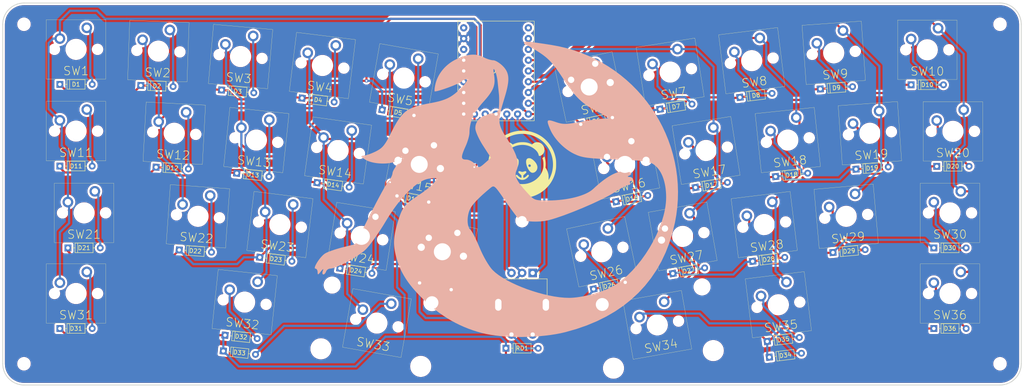
<source format=kicad_pcb>
(kicad_pcb (version 20211014) (generator pcbnew)
  (layers (0 "F.Cu" signal) (31 "B.Cu" signal) (34 "B.Paste" user) (35 "F.Paste" user) (36 "B.SilkS" user "B.Silkscreen") (37 "F.SilkS" user "F.Silkscreen") (38 "B.Mask" user) (39 "F.Mask" user) (44 "Edge.Cuts" user))
  (net 0 "")
  (net 1 "l3")
  (net 2 "Net-(D1-Pad2)")
  (net 3 "Net-(D2-Pad2)")
  (net 4 "Net-(D3-Pad2)")
  (net 5 "Net-(D5-Pad2)")
  (net 6 "Net-(D6-Pad2)")
  (net 7 "Net-(D7-Pad2)")
  (net 8 "Net-(D8-Pad2)")
  (net 9 "Net-(D9-Pad2)")
  (net 10 "Net-(D10-Pad2)")
  (net 11 "l2")
  (net 12 "Net-(D15-Pad2)")
  (net 13 "Net-(D16-Pad2)")
  (net 14 "Net-(D17-Pad2)")
  (net 15 "Net-(D18-Pad2)")
  (net 16 "Net-(D19-Pad2)")
  (net 17 "Net-(D20-Pad2)")
  (net 18 "l0")
  (net 19 "l1")
  (net 20 "Net-(D22-Pad2)")
  (net 21 "Net-(D23-Pad2)")
  (net 22 "Net-(D24-Pad2)")
  (net 23 "Net-(D25-Pad2)")
  (net 24 "Net-(D26-Pad2)")
  (net 25 "Net-(D27-Pad2)")
  (net 26 "Net-(D28-Pad2)")
  (net 27 "Net-(D29-Pad2)")
  (net 28 "Net-(D30-Pad2)")
  (net 29 "Net-(D31-Pad2)")
  (net 30 "Net-(D32-Pad2)")
  (net 31 "Net-(D33-Pad2)")
  (net 32 "Net-(D34-Pad2)")
  (net 33 "Net-(D35-Pad2)")
  (net 34 "Net-(D36-Pad2)")
  (net 35 "GND")
  (net 36 "c0")
  (net 37 "c1")
  (net 38 "c2")
  (net 39 "c3")
  (net 40 "c4")
  (net 41 "c5")
  (net 42 "c6")
  (net 43 "c7")
  (net 44 "c8")
  (net 45 "c9")
  (net 52 "Net-(R1-PadA)")
  (net 53 "Net-(R1-PadB)")
  (net 54 "Net-(D21-Pad2)")
  (net 55 "Net-(R1-Pad2)")
  (net 56 "Net-(SW4-Pad1)")
  (net 57 "Net-(SW11-Pad1)")
  (net 58 "Net-(SW12-Pad1)")
  (net 59 "Net-(SW13-Pad1)")
  (net 60 "Net-(SW14-Pad1)")
  (footprint "keyb-libs:Diode" (layer "F.Cu") (at 249.4018 131.6913)
    (fp_text reference "D36")
    (fp_text value "DIODE" hide)
  )
  (footprint "keyb-libs:Diode" (layer "F.Cu") (at 81.9777 136.9943 -6)
    (fp_text reference "D33")
    (fp_text value "DIODE" hide)
  )
  (footprint "keyb-libs:MX-5pin" (layer "F.Cu") (at 128.1416 93.0214 -11)
    (fp_text reference "SW15")
    (fp_text value "key" hide)
  )
  (footprint "keyb-libs:MX-5pin" (layer "F.Cu") (at 47.2662 65.908)
    (fp_text reference "SW1")
    (fp_text value "key" hide)
  )
  (footprint "keyb-libs:MX-5pin" (layer "F.Cu") (at 124.5186 72.6667 -10)
    (fp_text reference "SW5")
    (fp_text value "key" hide)
  )
  (footprint "keyb-libs:Diode" (layer "F.Cu") (at 128.2196 120.9528 -12)
    (fp_text reference "D25")
    (fp_text value "DIODE" hide)
  )
  (footprint "keyb-libs:MX-5pin" (layer "F.Cu") (at 234.336 85.6775 4)
    (fp_text reference "SW19")
    (fp_text value "key" hide)
  )
  (footprint "keyb-libs:Diode" (layer "F.Cu") (at 43.4562 74.158)
    (fp_text reference "D1")
    (fp_text value "DIODE" hide)
  )
  (footprint "keyb-libs:Diode" (layer "F.Cu") (at 184.8885 80.003 9)
    (fp_text reference "D7")
    (fp_text value "DIODE" hide)
  )
  (footprint "keyb-libs:Diode" (layer "F.Cu") (at 193.244 98.4568 9)
    (fp_text reference "D17")
    (fp_text value "DIODE" hide)
  )
  (footprint "keyb-libs:MX-5pin" (layer "F.Cu") (at 187.2716 71.2611 9)
    (fp_text reference "SW7")
    (fp_text value "key" hide)
  )
  (footprint "keyb-libs:MX-5pin" (layer "F.Cu") (at 95.3088 107.1973 -7)
    (fp_text reference "SW23")
    (fp_text value "key" hide)
  )
  (footprint "keyb-libs:MX-5pin" (layer "F.Cu") (at 253.2118 123.4413)
    (fp_text reference "SW36")
    (fp_text value "key" hide)
  )
  (footprint "keyb-libs:MX-5pin" (layer "F.Cu") (at 253.8983 85.2265)
    (fp_text reference "SW20")
    (fp_text value "key" hide)
  )
  (footprint "MountingHole:MountingHole_2.2mm_M2" (layer "F.Cu") (at 265 60)
    (fp_text reference "H4" hide)
    (fp_text value "MountingHole" hide)
  )
  (footprint "keyb-libs:MX-5pin" (layer "F.Cu") (at 105.3345 69.714 -7)
    (fp_text reference "SW4")
    (fp_text value "key" hide)
  )
  (footprint "keyb-libs:MX-5pin" (layer "F.Cu") (at 47.2662 123.4413)
    (fp_text reference "SW31")
    (fp_text value "key" hide)
  )
  (footprint "keyb-libs:Diode" (layer "F.Cu") (at 244.0525 74.2617)
    (fp_text reference "D10")
    (fp_text value "DIODE" hide)
  )
  (footprint "keyb-libs:MX-5pin" (layer "F.Cu") (at 47.2662 85.1747)
    (fp_text reference "SW11")
    (fp_text value "key" hide)
  )
  (footprint "keyb-libs:Diode" (layer "F.Cu") (at 119.3972 80.1584 -10)
    (fp_text reference "D5")
    (fp_text value "DIODE" hide)
  )
  (footprint "keyb-libs:MX-5pin" (layer "F.Cu") (at 66.6715 66.3315 -2)
    (fp_text reference "SW2")
    (fp_text value "key" hide)
  )
  (footprint "keyb-libs:Diode" (layer "F.Cu") (at 187.8965 118.7305 10)
    (fp_text reference "D27")
    (fp_text value "DIODE" hide)
  )
  (footprint "keyb-libs:MX-5pin" (layer "F.Cu") (at 176.6084 93.0214 11)
    (fp_text reference "SW16")
    (fp_text value "key" hide)
  )
  (footprint "MountingHole:MountingHole_2.2mm_M2" (layer "F.Cu") (at 35 60)
    (fp_text reference "H1" hide)
    (fp_text value "MountingHole" hide)
  )
  (footprint "keyb-libs:MX-5pin" (layer "F.Cu") (at 209.4412 107.1973 7)
    (fp_text reference "SW28")
    (fp_text value "key" hide)
  )
  (footprint "keyb-libs:Diode" (layer "F.Cu") (at 225.6327 113.7762 5)
    (fp_text reference "D29")
    (fp_text value "DIODE" hide)
  )
  (footprint "keyb-libs:MX-5pin" (layer "F.Cu") (at 228.7535 105.2527 5)
    (fp_text reference "SW29")
    (fp_text value "key" hide)
  )
  (footprint "keyb-libs:Diode" (layer "F.Cu") (at 210.6466 138.4526 7)
    (fp_text reference "D34")
    (fp_text value "DIODE" hide)
  )
  (footprint "keyb-libs:Diode" (layer "F.Cu") (at 90.5675 114.9215 -7)
    (fp_text reference "D23")
    (fp_text value "DIODE" hide)
  )
  (footprint "keyb-libs:MX-5pin" (layer "F.Cu") (at 75.9965 105.2527 -4)
    (fp_text reference "SW22")
    (fp_text value "key" hide)
  )
  (footprint "keyb-libs:Diode" (layer "F.Cu") (at 148.565 136.3498)
    (fp_text reference "RD1")
    (fp_text value "DIODE" hide)
  )
  (footprint "keyb-libs:Diode" (layer "F.Cu") (at 81.5587 75.4875 -5)
    (fp_text reference "D3")
    (fp_text value "DIODE" hide)
  )
  (footprint "MountingHole:MountingHole_2.2mm_M2" (layer "F.Cu") (at 35 140)
    (fp_text reference "H3" hide)
    (fp_text value "MountingHole" hide)
  )
  (footprint "keyb-libs:MX-5pin" (layer "F.Cu") (at 225.8173 66.733 4)
    (fp_text reference "SW9")
    (fp_text value "key" hide)
  )
  (footprint "keyb-libs:MX-5pin" (layer "F.Cu") (at 253.2118 104.4413)
    (fp_text reference "SW30")
    (fp_text value "key" hide)
  )
  (footprint "keyb-libs:Diode" (layer "F.Cu") (at 104.0792 97.3305 -8)
    (fp_text reference "D14")
    (fp_text value "DIODE" hide)
  )
  (footprint "keyb-libs:RP2040" (layer "F.Cu") (at 146.2392 71)
    (fp_text reference "U1")
    (fp_text value "RP2040")
  )
  (footprint "keyb-libs:Diode" (layer "F.Cu") (at 169.2257 122.3924 12)
    (fp_text reference "D26")
    (fp_text value "DIODE" hide)
  )
  (footprint "keyb-libs:MX-5pin" (layer "F.Cu") (at 168.1836 74.7816 12)
    (fp_text reference "SW6")
    (fp_text value "key" hide)
  )
  (footprint "keyb-libs:Diode" (layer "F.Cu") (at 85.1454 95.0913 -6)
    (fp_text reference "D13")
    (fp_text value "DIODE" hide)
  )
  (footprint "keyb-libs:MX-5pin" (layer "F.Cu") (at 214.9927 87.2848 6)
    (fp_text reference "SW18")
    (fp_text value "key" hide)
  )
  (footprint "keyb-libs:MX-5pin" (layer "F.Cu") (at 195.738 89.7343 9)
    (fp_text reference "SW17")
    (fp_text value "key" hide)
  )
  (footprint "keyb-libs:MX-5pin_stab_copy" (layer "F.Cu") (at 184.2409 130.8389 10)
    (fp_text reference "SW34")
    (fp_text value "key" hide)
  )
  (footprint "keyb-libs:Diode" (layer "F.Cu") (at 62.5223 74.4074 -2)
    (fp_text reference "D2")
    (fp_text value "DIODE" hide)
  )
  (footprint "keyb-libs:MX-5pin" (layer "F.Cu") (at 247.8625 66.0117)
    (fp_text reference "SW10")
    (fp_text value "key" hide)
  )
  (footprint "keyb-libs:Diode" (layer "F.Cu") (at 231.0605 94.1447 4)
    (fp_text reference "D19")
    (fp_text value "DIODE" hide)
  )
  (footprint "keyb-libs:RotaryEncoder_EC11" (layer "F.Cu") (at 152.375 126.0998 -90)
    (fp_text reference "R1")
    (fp_text value "EC11-MX-Alps")
  )
  (footprint "keyb-libs:Diode" (layer "F.Cu") (at 100.529 77.3961 -7)
    (fp_text reference "D4")
    (fp_text value "DIODE" hide)
  )
  (footprint "keyb-libs:MX-5pin" (layer "F.Cu") (at 70.414 85.6775 -3)
    (fp_text reference "SW12")
    (fp_text value "key" hide)
  )
  (footprint "keyb-libs:Diode" (layer "F.Cu") (at 210.1437 134.7365 7)
    (fp_text reference "D35")
    (fp_text value "DIODE" hide)
  )
  (footprint "keyb-libs:Diode" (layer "F.Cu") (at 222.6499 75.2399 4)
    (fp_text reference "D9")
    (fp_text value "DIODE" hide)
  )
  (footprint "keyb-libs:MX-5pin" (layer "F.Cu") (at 133.5872 113.6029 -12)
    (fp_text reference "SW25")
    (fp_text value "key" hide)
  )
  (footprint "keyb-libs:MX-5pin" (layer "F.Cu") (at 114.5179 109.9825 -9)
    (fp_text reference "SW24")
    (fp_text value "key" hide)
  )
  (footprint "keyb-libs:Diode" (layer "F.Cu") (at 122.8964 100.4433 -11)
    (fp_text reference "D15")
    (fp_text value "DIODE" hide)
  )
  (footprint "keyb-libs:Diode" (layer "F.Cu") (at 43.4562 93.4247)
    (fp_text reference "D11")
    (fp_text value "DIODE" hide)
  )
  (footprint "MountingHole:MountingHole_2.2mm_M2" (layer "F.Cu") (at 265 140)
    (fp_text reference "H2" hide)
    (fp_text value "MountingHole" hide)
  )
  (footprint "keyb-libs:MX-5pin" (layer "F.Cu") (at 109.012 89.7343 -8)
    (fp_text reference "SW14")
    (fp_text value "key" hide)
  )
  (footprint "keyb-libs:Diode" (layer "F.Cu") (at 206.7108 115.8501 7)
    (fp_text reference "D28")
    (fp_text value "DIODE" hide)
  )
  (footprint "keyb-libs:MX-5pin" (layer "F.Cu") (at 87.0023 125.4681 -6)
    (fp_text reference "SW32")
    (fp_text value "key" hide)
  )
  (footprint "keyb-libs:MX-5pin" (layer "F.Cu") (at 190.2321 109.9825 10)
    (fp_text reference "SW27")
    (fp_text value "key" hide)
  )
  (footprint "keyb-libs:Diode" (layer "F.Cu") (at 43.4562 131.6913)
    (fp_text reference "D31")
    (fp_text value "DIODE" hide)
  )
  (footprint "keyb-libs:Diode" (layer "F.Cu") (at 250.0883 93.4765)
    (fp_text reference "D20")
    (fp_text value "DIODE" hide)
  )
  (footprint "keyb-libs:MX-5pin" (layer "F.Cu") (at 89.7573 87.2848 -6)
    (fp_text reference "SW13")
    (fp_text value "key" hide)
  )
  (footprint "keyb-libs:MX-5pin" (layer "F.Cu") (at 171.1628 113.6029 12)
    (fp_text reference "SW26")
    (fp_text value "key" hide)
  )
  (footprint "keyb-libs:Diode" (layer "F.Cu") (at 203.7176 77.2147 7)
    (fp_text reference "D8")
    (fp_text value "DIODE" hide)
  )
  (footprint "keyb-libs:Diode" (layer "F.Cu") (at 212.1056 95.8878 6)
    (fp_text reference "D18")
    (fp_text value "DIODE" hide)
  )
  (footprint "keyb-libs:Diode" (layer "F.Cu") (at 109.459 117.5082 -9)
    (fp_text reference "D24")
    (fp_text value "DIODE" hide)
  )
  (footprint "keyb-libs:Diode" (layer "F.Cu") (at 166.1986 83.567 12)
    (fp_text reference "D6")
    (fp_text value "DIODE" hide)
  )
  (footprint "MountingHole:MountingHole_2.2mm_M2" (layer "F.Cu") (at 152.375 106.285672)
    (fp_text reference "H5" hide)
    (fp_text value "MountingHole" hide)
  )
  (footprint "keyb-libs:Diode" (layer "F.Cu") (at 174.5115 101.7963 11)
    (fp_text reference "D16")
    (fp_text value "DIODE" hide)
  )
  (footprint "keyb-libs:Diode" (layer "F.Cu") (at 71.5811 113.1783 -4)
    (fp_text reference "D22")
    (fp_text value "DIODE" hide)
  )
  (footprint "keyb-libs:MX-5pin_stab_copy" (layer "F.Cu") (at 118.1686 130.412 -10)
    (fp_text reference "SW33")
    (fp_text value "key" hide)
  )
  (footprint "keyb-libs:Diode" (layer "F.Cu") (at 249.4018 112.6913)
    (fp_text reference "D30")
    (fp_text value "DIODE" hide)
  )
  (footprint "keyb-libs:MX-5pin" (layer "F.Cu") (at 212.7717 126.09 7)
    (fp_text reference "SW35")
    (fp_text value "key" hide)
  )
  (footprint "keyb-libs:MX-5pin" (layer "F.Cu") (at 206.4951 68.5765 7)
    (fp_text reference "SW8")
    (fp_text value "key" hide)
  )
  (footprint "keyb-libs:Diode" (layer "F.Cu") (at 66.1311 93.6795 -3)
    (fp_text reference "D12")
    (fp_text value "DIODE" hide)
  )
  (footprint "keyb-libs:Diode" (layer "F.Cu") (at 45.3532 112.6913)
    (fp_text reference "D21")
    (fp_text value "DIODE" hide)
  )
  (footprint "keyb-libs:Diode" (layer "F.Cu") (at 82.3766 133.2655 -6)
    (fp_text reference "D32")
    (fp_text value "DIODE" hide)
  )
  (footprint "keyb-libs:MX-5pin" (layer "F.Cu") (at 49.1632 104.4413)
    (fp_text reference "SW21")
    (fp_text value "key" hide)
  )
  (footprint "keyb-libs:MX-5pin" (layer "F.Cu") (at 86.0399 67.6009 -5)
    (fp_text reference "SW3")
    (fp_text value "key" hide)
  )
  (gr_poly (pts (xy 153.551803 64.1199) (xy 153.687545 64.123803) (xy 153.837816 64.131344) (xy 154.003234 64.14257) (xy 154.184415 64.157528) (xy 154.381977 64.176263) (xy 154.828715 64.225256) (xy 155.348386 64.289921) (xy 155.945929 64.370632) (xy 156.626283 64.467761) (xy 157.394386 64.581683) (xy 158.255179 64.712769) (xy 159.2136 64.861394) (xy 161.059138 65.199133) (xy 162.864296 65.628054) (xy 164.627087 66.145306) (xy 166.345527 66.748039) (xy 168.017629 67.433402) (xy 169.641409 68.198544) (xy 171.21488 69.040615) (xy 172.736057 69.956762) (xy 174.202954 70.944137) (xy 175.613586 71.999888) (xy 176.965966 73.121164) (xy 178.258111 74.305114) (xy 179.488033 75.548889) (xy 180.653747 76.849636) (xy 181.753268 78.204505) (xy 182.784611 79.610646) (xy 183.745788 81.065208) (xy 184.634816 82.565339) (xy 185.449708 84.10819) (xy 186.188478 85.690909) (xy 186.849142 87.310645) (xy 187.429713 88.964548) (xy 187.928205 90.649768) (xy 188.342635 92.363453) (xy 188.671014 94.102752) (xy 188.911359 95.864815) (xy 189.061684 97.646791) (xy 189.120002 99.44583) (xy 189.084328 101.259079) (xy 188.952677 103.08369) (xy 188.723064 104.91681) (xy 188.393501 106.75559) (xy 187.805414 109.20486) (xy 187.075566 111.547529) (xy 186.205036 113.782516) (xy 185.194904 115.908746) (xy 184.046247 117.925138) (xy 182.760146 119.830616) (xy 181.337679 121.624101) (xy 179.779926 123.304514) (xy 178.087966 124.870779) (xy 176.262877 126.321815) (xy 174.305739 127.656546) (xy 172.217631 128.873893) (xy 169.999632 129.972778) (xy 167.652821 130.952123) (xy 165.178277 131.81085) (xy 162.57708 132.54788) (xy 161.479979 132.801013) (xy 160.315877 133.022523) (xy 159.095333 133.212304) (xy 157.828909 133.37025) (xy 156.527167 133.496256) (xy 155.200666 133.590217) (xy 153.859968 133.652027) (xy 152.515633 133.681581) (xy 151.178224 133.678774) (xy 149.858301 133.6435) (xy 148.566424 133.575654) (xy 147.313155 133.47513) (xy 146.109055 133.341824) (xy 144.964684 133.175629) (xy 143.890605 132.976441) (xy 142.897377 132.744154) (xy 142.897375 132.744156) (xy 142.897374 132.744159) (xy 142.897372 132.744162) (xy 142.89737 132.744165) (xy 142.897368 132.744167) (xy 142.897366 132.74417) (xy 142.897364 132.744172) (xy 142.897362 132.744175) (xy 142.89736 132.744177) (xy 142.897357 132.744178) (xy 142.897355 132.74418) (xy 142.897353 132.744181) (xy 142.897351 132.744183) (xy 142.89735 132.744183) (xy 142.897349 132.744184) (xy 142.897348 132.744184) (xy 142.897347 132.744184) (xy 142.897346 132.744184) (xy 141.805698 132.437432) (xy 140.736397 132.095174) (xy 139.688433 131.716782) (xy 138.660798 131.301632) (xy 137.652483 130.849098) (xy 136.662479 130.358554) (xy 135.689778 129.829375) (xy 134.733371 129.260935) (xy 133.792248 128.652609) (xy 132.865401 128.00377) (xy 131.951822 127.313794) (xy 131.050501 126.582055) (xy 130.160429 125.807926) (xy 129.280599 124.990783) (xy 128.41 124.13) (xy 127.547624 123.22495) (xy 127.036866 122.659743) (xy 126.555989 122.09932) (xy 126.104143 121.542111) (xy 125.680478 120.986545) (xy 125.284143 120.43105) (xy 124.914286 119.874055) (xy 124.570058 119.313989) (xy 124.250606 118.749281) (xy 123.955082 118.178361) (xy 123.682633 117.599656) (xy 123.432409 117.011597) (xy 123.20356 116.41261) (xy 122.995233 115.801127) (xy 122.80658 115.175575) (xy 122.636748 114.534384) (xy 122.484888 113.875982) (xy 122.394045 113.419598) (xy 122.320425 112.974371) (xy 122.264402 112.536682) (xy 122.226347 112.102912) (xy 122.206633 111.669445) (xy 122.205631 111.23266) (xy 122.223715 110.78894) (xy 122.261256 110.334667) (xy 122.318626 109.866221) (xy 122.396199 109.379986) (xy 122.494345 108.872342) (xy 122.613438 108.339671) (xy 122.75385 107.778354) (xy 122.915952 107.184774) (xy 123.100118 106.555312) (xy 123.306719 105.88635) (xy 123.471532 105.379928) (xy 123.633872 104.918289) (xy 123.798482 104.495905) (xy 123.970102 104.107246) (xy 124.153474 103.746784) (xy 124.353341 103.408989) (xy 124.574442 103.088334) (xy 124.821522 102.779289) (xy 125.09932 102.476325) (xy 125.412579 102.173914) (xy 125.76604 101.866526) (xy 126.164445 101.548632) (xy 126.612536 101.214705) (xy 127.115054 100.859215) (xy 127.676741 100.476632) (xy 128.302339 100.06143) (xy 128.752743 99.758172) (xy 129.185343 99.452876) (xy 129.597854 99.147842) (xy 129.987988 98.845366) (xy 130.35346 98.547748) (xy 130.691984 98.257285) (xy 131.001274 97.976276) (xy 131.279042 97.707019) (xy 131.523004 97.451813) (xy 131.730872 97.212955) (xy 131.900361 96.992744) (xy 132.029184 96.793478) (xy 132.115055 96.617455) (xy 132.14117 96.538878) (xy 132.155689 96.466974) (xy 132.158327 96.402029) (xy 132.148798 96.344332) (xy 132.126816 96.294169) (xy 132.092096 96.251829) (xy 132.082414 96.245215) (xy 132.068566 96.239451) (xy 132.028839 96.230431) (xy 131.973838 96.224688) (xy 131.904489 96.22214) (xy 131.821714 96.222705) (xy 131.726437 96.226304) (xy 131.619584 96.232855) (xy 131.502077 96.242276) (xy 131.374841 96.254486) (xy 131.2388 96.269405) (xy 130.943997 96.307043) (xy 130.625061 96.354539) (xy 130.289385 96.411245) (xy 130.024154 96.468069) (xy 129.752517 96.544757) (xy 129.474794 96.640989) (xy 129.191305 96.756445) (xy 128.902368 96.890807) (xy 128.608303 97.043753) (xy 128.006068 97.404125) (xy 127.387155 97.835002) (xy 126.754118 98.333829) (xy 126.109514 98.898049) (xy 125.455899 99.525105) (xy 124.795827 100.21244) (xy 124.131854 100.957497) (xy 123.466535 101.75772) (xy 122.802427 102.610552) (xy 122.142084 103.513436) (xy 121.488062 104.463815) (xy 120.842917 105.459132) (xy 120.209204 106.496831) (xy 119.588157 107.516259) (xy 118.935398 108.536335) (xy 118.270462 109.529798) (xy 117.612881 110.469384) (xy 116.982188 111.327831) (xy 116.397917 112.077876) (xy 115.879601 112.692258) (xy 115.65128 112.940055) (xy 115.446772 113.143713) (xy 115.076182 113.46804) (xy 114.635203 113.812815) (xy 114.134571 114.17233) (xy 113.585026 114.540875) (xy 112.997304 114.912742) (xy 112.382143 115.282223) (xy 111.750281 115.643608) (xy 111.112456 115.99119) (xy 110.479404 116.319258) (xy 109.861863 116.622106) (xy 109.270572 116.894024) (xy 108.716267 117.129303) (xy 108.209687 117.322236) (xy 107.761568 117.467113) (xy 107.382649 117.558225) (xy 107.083667 117.589864) (xy 107.050549 117.590765) (xy 107.017166 117.593436) (xy 106.983578 117.597834) (xy 106.949841 117.603915) (xy 106.916014 117.611635) (xy 106.882154 117.620949) (xy 106.81457 117.644186) (xy 106.74755 117.673271) (xy 106.68156 117.707852) (xy 106.617061 117.747576) (xy 106.554517 117.792091) (xy 106.494391 117.841043) (xy 106.437147 117.894079) (xy 106.383247 117.950847) (xy 106.333156 118.010993) (xy 106.287335 118.074164) (xy 106.246249 118.140008) (xy 106.210361 118.208172) (xy 106.194511 118.243014) (xy 106.180133 118.278303) (xy 106.144154 118.366198) (xy 106.106275 118.447801) (xy 106.066761 118.523149) (xy 106.025879 118.592283) (xy 105.983892 118.655241) (xy 105.941066 118.712063) (xy 105.897667 118.762787) (xy 105.853959 118.807453) (xy 105.810207 118.8461) (xy 105.766678 118.878767) (xy 105.723635 118.905493) (xy 105.681345 118.926317) (xy 105.640072 118.941278) (xy 105.600081 118.950416) (xy 105.561638 118.953769) (xy 105.525008 118.951376) (xy 105.490456 118.943278) (xy 105.458248 118.929512) (xy 105.428647 118.910118) (xy 105.40192 118.885136) (xy 105.378332 118.854603) (xy 105.358148 118.81856) (xy 105.341633 118.777045) (xy 105.329052 118.730097) (xy 105.320671 118.677756) (xy 105.316754 118.620061) (xy 105.317567 118.557051) (xy 105.323374 118.488764) (xy 105.334443 118.415241) (xy 105.351036 118.33652) (xy 105.37342 118.25264) (xy 105.401859 118.163641) (xy 105.440321 118.049235) (xy 105.471199 117.950698) (xy 105.4942 117.868101) (xy 105.509032 117.801519) (xy 105.513292 117.774256) (xy 105.515401 117.751023) (xy 105.51532 117.731832) (xy 105.513013 117.716689) (xy 105.508445 117.705605) (xy 105.501577 117.698588) (xy 105.492374 117.695649) (xy 105.480799 117.696795) (xy 105.466815 117.702036) (xy 105.450386 117.711382) (xy 105.431475 117.724841) (xy 105.410045 117.742423) (xy 105.359482 117.789991) (xy 105.298405 117.85416) (xy 105.226521 117.935002) (xy 105.143536 118.032591) (xy 105.049157 118.147) (xy 104.943092 118.278303) (xy 104.826277 118.422929) (xy 104.722303 118.54869) (xy 104.630417 118.655701) (xy 104.549865 118.744077) (xy 104.479893 118.813933) (xy 104.448639 118.841952) (xy 104.419747 118.865384) (xy 104.393124 118.884243) (xy 104.368674 118.898545) (xy 104.346304 118.908303) (xy 104.32592 118.913532) (xy 104.307427 118.914246) (xy 104.29073 118.910459) (xy 104.275737 118.902187) (xy 104.262352 118.889443) (xy 104.250482 118.872242) (xy 104.240031 118.850597) (xy 104.230906 118.824525) (xy 104.223013 118.794038) (xy 104.216258 118.759152) (xy 104.210545 118.71988) (xy 104.201873 118.628238) (xy 104.196243 118.519228) (xy 104.192901 118.392965) (xy 104.188788 118.311147) (xy 104.179879 118.231622) (xy 104.166428 118.154804) (xy 104.148687 118.081103) (xy 104.126911 118.010932) (xy 104.101351 117.944702) (xy 104.072262 117.882825) (xy 104.039896 117.825713) (xy 104.004507 117.773777) (xy 103.966347 117.727431) (xy 103.92567 117.687085) (xy 103.904467 117.66929) (xy 103.882729 117.653151) (xy 103.860489 117.638717) (xy 103.837777 117.62604) (xy 103.814626 117.615173) (xy 103.791067 117.606166) (xy 103.767132 117.599071) (xy 103.742852 117.59394) (xy 103.71826 117.590823) (xy 103.693386 117.589773) (xy 103.634066 117.581875) (xy 103.588337 117.558752) (xy 103.555667 117.521265) (xy 103.535522 117.47027) (xy 103.527372 117.406626) (xy 103.530681 117.331193) (xy 103.544919 117.244827) (xy 103.569551 117.148389) (xy 103.604045 117.042736) (xy 103.647869 116.928726) (xy 103.761373 116.679073) (xy 103.905801 116.406297) (xy 104.076891 116.117265) (xy 104.27038 115.818846) (xy 104.482007 115.517908) (xy 104.707508 115.221318) (xy 104.942622 114.935944) (xy 105.183087 114.668654) (xy 105.42464 114.426315) (xy 105.544493 114.316649) (xy 105.66302 114.215797) (xy 105.779687 114.124616) (xy 105.893962 114.043966) (xy 106.014564 113.970331) (xy 106.163104 113.890857) (xy 106.33748 113.806292) (xy 106.535586 113.717384) (xy 106.994576 113.529533) (xy 107.523241 113.333293) (xy 108.104747 113.134651) (xy 108.722262 112.939593) (xy 109.358952 112.754107) (xy 109.997985 112.58418) (xy 113.074809 111.807691) (xy 116.544326 104.878492) (xy 117.960882 102.111308) (xy 119.25308 99.699194) (xy 119.807948 98.707307) (xy 120.27821 97.90141) (xy 120.646027 97.31391) (xy 120.89356 96.977216) (xy 120.983522 96.873458) (xy 121.071645 96.763326) (xy 121.157444 96.647785) (xy 121.240435 96.527802) (xy 121.32013 96.404343) (xy 121.396046 96.278372) (xy 121.467695 96.150857) (xy 121.534594 96.022764) (xy 121.596256 95.895057) (xy 121.652195 95.768704) (xy 121.701927 95.64467) (xy 121.744966 95.523921) (xy 121.780826 95.407423) (xy 121.809022 95.296141) (xy 121.829068 95.191043) (xy 121.840479 95.093093) (xy 121.854162 94.993045) (xy 121.880882 94.881795) (xy 121.919929 94.760515) (xy 121.970593 94.630379) (xy 122.032162 94.49256) (xy 122.103926 94.348231) (xy 122.185175 94.198564) (xy 122.275199 94.044734) (xy 122.373287 93.887914) (xy 122.478729 93.729275) (xy 122.590814 93.569992) (xy 122.708832 93.411237) (xy 122.832072 93.254183) (xy 122.959824 93.100004) (xy 123.091378 92.949873) (xy 123.226023 92.804962) (xy 123.464421 92.548373) (xy 123.665012 92.316631) (xy 123.828313 92.110542) (xy 123.954842 91.930909) (xy 124.004478 91.851266) (xy 124.045116 91.778539) (xy 124.076819 91.712829) (xy 124.099653 91.654235) (xy 124.113681 91.60286) (xy 124.11897 91.558803) (xy 124.115582 91.522165) (xy 124.103584 91.493047) (xy 124.08304 91.471549) (xy 124.054014 91.457773) (xy 124.016571 91.451817) (xy 123.970776 91.453784) (xy 123.916693 91.463773) (xy 123.854388 91.481886) (xy 123.783925 91.508223) (xy 123.705368 91.542884) (xy 123.618782 91.58597) (xy 123.524232 91.637582) (xy 123.311499 91.766785) (xy 123.067686 91.931299) (xy 122.79331 92.131927) (xy 122.658361 92.224116) (xy 122.506965 92.309525) (xy 122.340151 92.388187) (xy 122.158948 92.460136) (xy 121.757495 92.584034) (xy 121.310841 92.68149) (xy 120.827221 92.752779) (xy 120.31487 92.798171) (xy 119.782022 92.817941) (xy 119.236914 92.81236) (xy 118.687781 92.781702) (xy 118.142857 92.72624) (xy 117.610378 92.646245) (xy 117.098578 92.541992) (xy 116.615694 92.413752) (xy 116.169959 92.261798) (xy 115.76961 92.086403) (xy 115.589028 91.99) (xy 115.422881 91.88784) (xy 115.226792 91.756565) (xy 115.054164 91.637773) (xy 114.904698 91.530904) (xy 114.778096 91.435401) (xy 114.67406 91.350708) (xy 114.592292 91.276265) (xy 114.559665 91.242713) (xy 114.532494 91.211515) (xy 114.52376 91.199906) (xy 138.211249 91.199906) (xy 138.211687 91.290309) (xy 138.219407 91.373083) (xy 138.234423 91.448506) (xy 138.256747 91.516856) (xy 138.286392 91.578411) (xy 138.323372 91.633446) (xy 138.3677 91.682241) (xy 138.419388 91.725071) (xy 138.47845 91.762216) (xy 138.544899 91.793951) (xy 138.618748 91.820555) (xy 138.788698 91.859479) (xy 138.988404 91.881205) (xy 139.217972 91.887954) (xy 139.33192 91.892717) (xy 139.451129 91.90669) (xy 139.574621 91.929403) (xy 139.701419 91.960386) (xy 139.830544 91.999168) (xy 139.96102 92.045278) (xy 140.091868 92.098246) (xy 140.222112 92.1576) (xy 140.350772 92.222871) (xy 140.476872 92.293587) (xy 140.599434 92.369278) (xy 140.71748 92.449474) (xy 140.830033 92.533703) (xy 140.936114 92.621495) (xy 141.034747 92.712379) (xy 141.124954 92.805885) (xy 141.307926 93.006487) (xy 141.471732 93.179899) (xy 141.547572 93.256312) (xy 141.619968 93.325814) (xy 141.689372 93.388365) (xy 141.756232 93.443927) (xy 141.820997 93.492462) (xy 141.884119 93.533933) (xy 141.946045 93.5683) (xy 142.007227 93.595526) (xy 142.068112 93.615573) (xy 142.129151 93.628401) (xy 142.190794 93.633974) (xy 142.25349 93.632253) (xy 142.317689 93.6232) (xy 142.38384 93.606776) (xy 142.452393 93.582944) (xy 142.523797 93.551665) (xy 142.598502 93.512901) (xy 142.676958 93.466614) (xy 142.759614 93.412765) (xy 142.846919 93.351317) (xy 142.939325 93.282232) (xy 143.037279 93.205471) (xy 143.251632 93.028768) (xy 143.493576 92.820904) (xy 143.766708 92.581573) (xy 143.766571 92.581588) (xy 145.031433 91.468368) (xy 143.192863 88.623764) (xy 142.999505 88.31811) (xy 142.812962 88.010399) (xy 142.463447 87.395851) (xy 142.150566 86.794222) (xy 141.880566 86.219613) (xy 141.763597 85.946847) (xy 141.659691 85.686123) (xy 141.569629 85.439206) (xy 141.49419 85.207856) (xy 141.434157 84.993836) (xy 141.390309 84.79891) (xy 141.363428 84.62484) (xy 141.354294 84.473388) (xy 141.35842 84.311291) (xy 141.370727 84.151761) (xy 141.391109 83.994899) (xy 141.419462 83.840802) (xy 141.455678 83.68957) (xy 141.499652 83.541302) (xy 141.551279 83.396095) (xy 141.610452 83.25405) (xy 141.677067 83.115264) (xy 141.751016 82.979837) (xy 141.832194 82.847867) (xy 141.920496 82.719453) (xy 142.015815 82.594694) (xy 142.118047 82.473689) (xy 142.227084 82.356537) (xy 142.342822 82.243335) (xy 142.465154 82.134184) (xy 142.593975 82.029182) (xy 142.72918 81.928428) (xy 142.870661 81.83202) (xy 143.018314 81.740057) (xy 143.172032 81.652639) (xy 143.33171 81.569863) (xy 143.497242 81.49183) (xy 143.668523 81.418636) (xy 143.845446 81.350382) (xy 144.027906 81.287167) (xy 144.215797 81.229088) (xy 144.409013 81.176245) (xy 144.607448 81.128736) (xy 144.810997 81.08666) (xy 145.019554 81.050117) (xy 145.326465 80.999594) (xy 145.597604 80.95057) (xy 145.835303 80.900672) (xy 146.041895 80.847529) (xy 146.134255 80.818999) (xy 146.219713 80.788768) (xy 146.29856 80.756539) (xy 146.371089 80.722016) (xy 146.43759 80.684902) (xy 146.498355 80.6449) (xy 146.553675 80.601715) (xy 146.603844 80.55505) (xy 146.649151 80.504607) (xy 146.689888 80.450091) (xy 146.726347 80.391205) (xy 146.75882 80.327652) (xy 146.787598 80.259136) (xy 146.812973 80.18536) (xy 146.835236 80.106027) (xy 146.854679 80.020842) (xy 146.886269 79.831727) (xy 146.910078 79.615642) (xy 146.928438 79.370214) (xy 146.94368 79.093072) (xy 146.958053 78.740382) (xy 146.967407 78.375137) (xy 146.97183 78.007921) (xy 146.97141 77.649318) (xy 146.966233 77.30991) (xy 146.956388 77.000281) (xy 146.941962 76.731014) (xy 146.923042 76.512692) (xy 146.791354 75.28311) (xy 146.618713 73.615872) (xy 146.568466 73.202536) (xy 146.502836 72.786357) (xy 146.424602 72.378629) (xy 146.336538 71.990649) (xy 146.241423 71.63371) (xy 146.142033 71.319108) (xy 146.091603 71.181213) (xy 146.041145 71.058138) (xy 145.991007 70.951295) (xy 145.941536 70.862096) (xy 145.878297 70.762733) (xy 145.849382 70.72034) (xy 145.822259 70.682863) (xy 145.796919 70.650346) (xy 145.773354 70.622832) (xy 145.751554 70.600365) (xy 145.731513 70.582987) (xy 145.71322 70.570742) (xy 145.696668 70.563673) (xy 145.689042 70.562093) (xy 145.681847 70.561824) (xy 145.675084 70.56287) (xy 145.668751 70.565237) (xy 145.662846 70.568931) (xy 145.657369 70.573956) (xy 145.647693 70.588025) (xy 145.639716 70.607486) (xy 145.633427 70.632382) (xy 145.62882 70.662758) (xy 145.625885 70.698656) (xy 145.624613 70.74012) (xy 145.624997 70.787193) (xy 145.627027 70.839917) (xy 145.630696 70.898337) (xy 145.642913 71.032437) (xy 145.66158 71.189837) (xy 145.686629 71.370884) (xy 145.717992 71.575923) (xy 145.7556 71.805303) (xy 145.825049 72.267337) (xy 145.871654 72.702562) (xy 145.893778 73.115171) (xy 145.889785 73.509353) (xy 145.858037 73.8893) (xy 145.831243 74.075246) (xy 145.796897 74.259204) (xy 145.754794 74.441699) (xy 145.70473 74.623255) (xy 145.6465 74.804396) (xy 145.579899 74.985645) (xy 145.504722 75.167527) (xy 145.420766 75.350565) (xy 145.225696 75.722206) (xy 144.99305 76.104759) (xy 144.721194 76.502415) (xy 144.40849 76.919366) (xy 144.053301 77.359802) (xy 143.653991 77.827915) (xy 143.208923 78.327897) (xy 142.811085 78.780818) (xy 142.44035 79.231189) (xy 142.096513 79.67947) (xy 141.779365 80.126125) (xy 141.4887 80.571614) (xy 141.224312 81.0164) (xy 140.985992 81.460943) (xy 140.773534 81.905705) (xy 140.586731 82.351149) (xy 140.425375 82.797735) (xy 140.289261 83.245925) (xy 140.17818 83.696182) (xy 140.091927 84.148965) (xy 140.030293 84.604739) (xy 139.993072 85.063963) (xy 139.980057 85.527099) (xy 139.975087 85.660944) (xy 139.961014 85.811403) (xy 139.938306 85.976828) (xy 139.907429 86.155572) (xy 139.86885 86.345988) (xy 139.823036 86.546429) (xy 139.770454 86.755247) (xy 139.71157 86.970796) (xy 139.576764 87.415498) (xy 139.422354 87.867357) (xy 139.338964 88.091852) (xy 139.252073 88.313195) (xy 139.162148 88.52974) (xy 139.069656 88.739837) (xy 138.862289 89.20428) (xy 138.683319 89.622674) (xy 138.53285 89.997239) (xy 138.410987 90.330195) (xy 138.317835 90.62376) (xy 138.253498 90.880155) (xy 138.21808 91.101598) (xy 138.211249 91.199906) (xy 114.52376 91.199906) (xy 114.51074 91.182601) (xy 114.494367 91.155901) (xy 114.483337 91.131345) (xy 114.477614 91.108864) (xy 114.477159 91.088388) (xy 114.481936 91.069848) (xy 114.491907 91.053173) (xy 114.507036 91.038294) (xy 114.527284 91.025142) (xy 114.552614 91.013646) (xy 114.58299 91.003736) (xy 114.618374 90.995344) (xy 114.704016 90.982832) (xy 114.809243 90.975552) (xy 114.933757 90.972946) (xy 115.034391 90.967694) (xy 115.152215 90.952903) (xy 115.285766 90.929062) (xy 115.433581 90.896661) (xy 115.594197 90.856188) (xy 115.766151 90.808133) (xy 115.94798 90.752986) (xy 116.138221 90.691236) (xy 116.538087 90.549883) (xy 116.954044 90.38799) (xy 117.374389 90.209471) (xy 117.582549 90.115201) (xy 117.787417 90.018241) (xy 118.086113 89.868752) (xy 118.361943 89.719247) (xy 118.617719 89.56642) (xy 118.856253 89.406964) (xy 119.080355 89.237573) (xy 119.187874 89.148118) (xy 119.292838 89.05494) (xy 119.395601 88.957624) (xy 119.496513 88.855758) (xy 119.595926 88.748928) (xy 119.694191 88.636721) (xy 119.888684 88.394522) (xy 120.082804 88.125855) (xy 120.27936 87.827413) (xy 120.481167 87.495889) (xy 120.691033 87.127976) (xy 120.911772 86.720369) (xy 121.146194 86.26976) (xy 121.397112 85.772842) (xy 121.882073 84.817983) (xy 122.337591 83.96345) (xy 122.772876 83.202184) (xy 123.197142 82.527124) (xy 123.619601 81.931212) (xy 123.83303 81.660729) (xy 124.049463 81.407387) (xy 124.270049 81.170301) (xy 124.495941 80.94859) (xy 124.72829 80.741371) (xy 124.968248 80.547761) (xy 125.216965 80.366879) (xy 125.475594 80.197842) (xy 125.745287 80.039767) (xy 126.027193 79.891772) (xy 126.322466 79.752975) (xy 126.632256 79.622492) (xy 127.299996 79.382943) (xy 128.039623 79.166064) (xy 128.86035 78.964796) (xy 129.77139 78.772081) (xy 130.781954 78.580857) (xy 131.426495 78.458644) (xy 132.025096 78.333248) (xy 132.581905 78.202651) (xy 133.10107 78.06483) (xy 133.586739 77.917768) (xy 134.043061 77.759443) (xy 134.474183 77.587835) (xy 134.884255 77.400926) (xy 135.277425 77.196694) (xy 135.65784 76.973119) (xy 136.029649 76.728182) (xy 136.397 76.459863) (xy 136.764042 76.166141) (xy 137.134922 75.844997) (xy 137.51379 75.494411) (xy 137.904793 75.112362) (xy 138.244679 74.763372) (xy 138.544161 74.43763) (xy 138.802813 74.137153) (xy 139.02021 73.863955) (xy 139.195926 73.620051) (xy 139.329538 73.407456) (xy 139.420618 73.228186) (xy 139.450076 73.151677) (xy 139.468742 73.084254) (xy 139.476563 73.026171) (xy 139.473485 72.977677) (xy 139.459456 72.939026) (xy 139.434422 72.910469) (xy 139.398329 72.892258) (xy 139.351126 72.884645) (xy 139.292758 72.887881) (xy 139.223173 72.90222) (xy 139.142318 72.927911) (xy 139.050138 72.965208) (xy 138.831596 73.075626) (xy 138.56712 73.235488) (xy 138.256287 73.446808) (xy 138.028556 73.591282) (xy 137.728998 73.75415) (xy 137.367992 73.931587) (xy 136.955914 74.11977) (xy 136.020055 74.513075) (xy 135.004443 74.903473) (xy 133.992099 75.26037) (xy 133.066044 75.553173) (xy 132.661319 75.66598) (xy 132.3093 75.75129) (xy 132.020363 75.805281) (xy 131.804888 75.824128) (xy 131.794848 75.822187) (xy 131.785704 75.816428) (xy 131.77745 75.806947) (xy 131.770079 75.793837) (xy 131.763586 75.777195) (xy 131.757965 75.757115) (xy 131.753209 75.733692) (xy 131.749313 75.707023) (xy 131.744077 75.644321) (xy 131.742208 75.569772) (xy 131.743658 75.484135) (xy 131.748381 75.388172) (xy 131.756327 75.282643) (xy 131.767449 75.168309) (xy 131.7817 75.045932) (xy 131.799032 74.916272) (xy 131.819397 74.78009) (xy 131.842746 74.638146) (xy 131.869033 74.491203) (xy 131.89821 74.34002) (xy 132.011192 73.859132) (xy 132.155839 73.385299) (xy 132.331084 72.919821) (xy 132.535863 72.463999) (xy 132.769111 72.019134) (xy 133.029761 71.586527) (xy 133.316748 71.16748) (xy 133.629007 70.763294) (xy 133.965472 70.37527) (xy 134.325077 70.004708) (xy 134.706757 69.652911) (xy 135.109447 69.321179) (xy 135.53208 69.010813) (xy 135.973592 68.723115) (xy 136.432917 68.459385) (xy 136.908989 68.220925) (xy 137.412613 67.995165) (xy 137.896553 67.796372) (xy 138.362152 67.624457) (xy 138.810755 67.479331) (xy 139.243705 67.360906) (xy 139.662346 67.269093) (xy 140.068022 67.203803) (xy 140.462076 67.164948) (xy 140.845853 67.152439) (xy 141.220695 67.166188) (xy 141.587948 67.206105) (xy 141.948954 67.272102) (xy 142.305058 67.364091) (xy 142.657603 67.481982) (xy 143.007932 67.625687) (xy 143.357391 67.795118) (xy 143.495982 67.864959) (xy 143.639856 67.932841) (xy 143.787878 67.998414) (xy 143.93891 68.061326) (xy 144.245467 68.177758) (xy 144.550441 68.279327) (xy 144.699494 68.323659) (xy 144.844745 68.363221) (xy 144.985057 68.39766) (xy 145.119295 68.426626) (xy 145.246322 68.449767) (xy 145.365003 68.466732) (xy 145.474202 68.477168) (xy 145.572784 68.480725) (xy 145.620711 68.48248) (xy 145.671503 68.487686) (xy 145.781111 68.508107) (xy 145.900458 68.541303) (xy 146.028393 68.586585) (xy 146.163769 68.643265) (xy 146.305435 68.710656) (xy 146.452241 68.788069) (xy 146.603038 68.874816) (xy 146.756676 68.970211) (xy 146.912006 69.073565) (xy 147.067878 69.18419) (xy 147.223142 69.301399) (xy 147.376649 69.424504) (xy 147.52725 69.552816) (xy 147.673794 69.685648) (xy 147.815132 69.822312) (xy 147.963275 69.975072) (xy 148.102484 70.128417) (xy 148.232785 70.282803) (xy 148.354205 70.438687) (xy 148.466773 70.596527) (xy 148.570515 70.756779) (xy 148.665458 70.919901) (xy 148.75163 71.08635) (xy 148.829058 71.256582) (xy 148.89777 71.431055) (xy 148.957792 71.610226) (xy 149.009152 71.794551) (xy 149.051877 71.984489) (xy 149.085994 72.180495) (xy 149.111531 72.383027) (xy 149.128515 72.592542) (xy 149.136973 72.809498) (xy 149.136933 73.03435) (xy 149.128421 73.267556) (xy 149.111466 73.509574) (xy 149.086093 73.76086) (xy 149.052332 74.021871) (xy 148.959749 74.574897) (xy 148.833935 75.172308) (xy 148.675109 75.817761) (xy 148.483489 76.514913) (xy 148.259292 77.267418) (xy 147.690881 79.164991) (xy 147.471053 79.963882) (xy 147.295185 80.678812) (xy 147.164055 81.321759) (xy 147.078444 81.904699) (xy 147.03913 82.43961) (xy 147.046894 82.938469) (xy 147.068674 83.178122) (xy 147.102515 83.413253) (xy 147.206774 83.875939) (xy 147.360449 84.338506) (xy 147.564321 84.812929) (xy 147.81917 85.311186) (xy 148.125774 85.845254) (xy 148.484914 86.427111) (xy 148.897369 87.068733) (xy 149.311921 87.72003) (xy 149.687042 88.339204) (xy 150.023171 88.927767) (xy 150.320746 89.487233) (xy 150.580205 90.019118) (xy 150.801988 90.524935) (xy 150.986532 91.006197) (xy 151.134275 91.46442) (xy 151.245657 91.901116) (xy 151.321116 92.317801) (xy 151.361091 92.715988) (xy 151.366019 93.097191) (xy 151.336339 93.462924) (xy 151.272489 93.814701) (xy 151.174909 94.154037) (xy 151.044037 94.482444) (xy 150.993597 94.601614) (xy 150.950736 94.721476) (xy 150.9156 94.842314) (xy 150.888334 94.964407) (xy 150.869083 95.088038) (xy 150.857991 95.213486) (xy 150.855205 95.341034) (xy 150.860869 95.470962) (xy 150.875128 95.603553) (xy 150.898128 95.739085) (xy 150.930014 95.877842) (xy 150.97093 96.020105) (xy 151.021022 96.166153) (xy 151.080435 96.316269) (xy 151.149314 96.470734) (xy 151.227805 96.629829) (xy 151.316052 96.793835) (xy 151.414201 96.963033) (xy 151.522396 97.137704) (xy 151.640783 97.31813) (xy 151.908713 97.697371) (xy 152.219152 98.103003) (xy 152.573261 98.537278) (xy 152.972201 99.002443) (xy 153.417133 99.500749) (xy 153.909218 100.034444) (xy 154.145024 100.283864) (xy 154.361402 100.503878) (xy 154.564048 100.696313) (xy 154.662001 100.78276) (xy 154.758658 100.862997) (xy 154.85473 100.937252) (xy 154.950929 101.005754) (xy 155.047967 101.068731) (xy 155.146557 101.126411) (xy 155.247411 101.179023) (xy 155.35124 101.226795) (xy 155.458756 101.269955) (xy 155.570673 101.308732) (xy 155.687701 101.343353) (xy 155.810553 101.374048) (xy 155.939941 101.401043) (xy 156.076577 101.424569) (xy 156.221173 101.444852) (xy 156.374442 101.462122) (xy 156.537094 101.476606) (xy 156.709843 101.488533) (xy 157.088478 101.505629) (xy 157.516043 101.515235) (xy 157.998234 101.519178) (xy 158.540749 101.519285) (xy 159.394269 101.504649) (xy 160.238384 101.465234) (xy 161.069617 101.401928) (xy 161.884491 101.315617) (xy 162.67953 101.207189) (xy 163.451257 101.07753) (xy 164.196197 100.927528) (xy 164.910872 100.75807) (xy 165.591807 100.570042) (xy 166.235526 100.364331) (xy 166.83855 100.141825) (xy 167.397406 99.903411) (xy 167.908615 99.649975) (xy 168.368703 99.382404) (xy 168.774191 99.101587) (xy 169.121605 98.808408) (xy 169.662301 98.309054) (xy 170.191881 97.840907) (xy 170.710103 97.404108) (xy 171.216729 96.998796) (xy 171.711518 96.625109) (xy 172.194231 96.283186) (xy 172.664628 95.973167) (xy 173.122469 95.695192) (xy 173.567514 95.449398) (xy 173.999524 95.235925) (xy 174.418258 95.054913) (xy 174.823477 94.9065) (xy 175.214941 94.790825) (xy 175.59241 94.708029) (xy 175.955645 94.658248) (xy 176.304405 94.641624) (xy 176.612069 94.64845) (xy 176.894125 94.668225) (xy 177.149401 94.699896) (xy 177.376725 94.742408) (xy 177.574925 94.794708) (xy 177.742828 94.855741) (xy 177.815052 94.889203) (xy 177.879263 94.924453) (xy 177.935313 94.96136) (xy 177.983057 94.999792) (xy 178.022347 95.039616) (xy 178.053038 95.080702) (xy 178.074983 95.122917) (xy 178.088035 95.166129) (xy 178.092047 95.210208) (xy 178.086874 95.255021) (xy 178.072368 95.300436) (xy 178.048384 95.346322) (xy 178.014774 95.392547) (xy 177.971392 95.438979) (xy 177.918092 95.485487) (xy 177.854727 95.531938) (xy 177.781151 95.578201) (xy 177.697217 95.624145) (xy 177.602778 95.669637) (xy 177.497688 95.714546) (xy 177.466829 95.727416) (xy 177.438511 95.740098) (xy 177.412726 95.752581) (xy 177.389463 95.764855) (xy 177.368716 95.77691) (xy 177.350474 95.788736) (xy 177.334729 95.800322) (xy 177.321473 95.811659) (xy 177.310697 95.822736) (xy 177.302392 95.833542) (xy 177.296549 95.844068) (xy 177.29316 95.854304) (xy 177.292215 95.864239) (xy 177.293706 95.873862) (xy 177.297625 95.883165) (xy 177.303963 95.892136) (xy 177.31271 95.900766) (xy 177.323858 95.909044) (xy 177.337399 95.916959) (xy 177.353324 95.924503) (xy 177.371623 95.931664) (xy 177.392289 95.938433) (xy 177.415312 95.944798) (xy 177.440684 95.950751) (xy 177.468396 95.95628) (xy 177.498439 95.961376) (xy 177.530804 95.966028) (xy 177.565484 95.970226) (xy 177.641749 95.977221) (xy 177.727165 95.982276) (xy 177.805 95.988371) (xy 177.879544 95.999281) (xy 177.950688 96.014678) (xy 178.018324 96.034233) (xy 178.082341 96.057617) (xy 178.142631 96.084503) (xy 178.199085 96.114562) (xy 178.251593 96.147465) (xy 178.300047 96.182884) (xy 178.344337 96.22049) (xy 178.384354 96.259956) (xy 178.419988 96.300952) (xy 178.451132 96.34315) (xy 178.477674 96.386221) (xy 178.499507 96.429838) (xy 178.516521 96.473672) (xy 178.528607 96.517393) (xy 178.535656 96.560674) (xy 178.537559 96.603187) (xy 178.534206 96.644602) (xy 178.525488 96.684592) (xy 178.511297 96.722828) (xy 178.491522 96.758981) (xy 178.466056 96.792723) (xy 178.434788 96.823725) (xy 178.397609 96.851659) (xy 178.354411 96.876198) (xy 178.305084 96.897011) (xy 178.249519 96.91377) (xy 178.187607 96.926148) (xy 178.119238 96.933816) (xy 178.044304 96.936445) (xy 178.01976 96.937045) (xy 177.996262 96.938826) (xy 177.973822 96.941758) (xy 177.952454 96.945812) (xy 177.932171 96.950959) (xy 177.912986 96.957168) (xy 177.894911 96.964411) (xy 177.87796 96.972659) (xy 177.862145 96.981881) (xy 177.84748 96.992049) (xy 177.833977 97.003133) (xy 177.82165 97.015103) (xy 177.81051 97.02793) (xy 177.800573 97.041586) (xy 177.791849 97.056039) (xy 177.784353 97.071262) (xy 177.778097 97.087224) (xy 177.773094 97.103896) (xy 177.769358 97.121249) (xy 177.7669 97.139253) (xy 177.765734 97.157879) (xy 177.765874 97.177098) (xy 177.767331 97.19688) (xy 177.77012 97.217195) (xy 177.774252 97.238014) (xy 177.779741 97.259309) (xy 177.7866 97.281048) (xy 177.794842 97.303204) (xy 177.804479 97.325746) (xy 177.815526 97.348646) (xy 177.827993 97.371873) (xy 177.841896 97.395399) (xy 177.85556 97.418924) (xy 177.867331 97.442152) (xy 177.877232 97.465051) (xy 177.885288 97.487594) (xy 177.891525 97.509749) (xy 177.895966 97.531489) (xy 177.898637 97.552784) (xy 177.899561 97.573604) (xy 177.898765 97.593919) (xy 177.896273 97.613701) (xy 177.892109 97.63292) (xy 177.886299 97.651546) (xy 177.878866 97.669551) (xy 177.869836 97.686904) (xy 177.859233 97.703577) (xy 177.847082 97.719539) (xy 177.833408 97.734762) (xy 177.818236 97.749216) (xy 177.80159 97.762872) (xy 177.783495 97.7757) (xy 177.763975 97.78767) (xy 177.743056 97.798754) (xy 177.720763 97.808922) (xy 177.697119 97.818145) (xy 177.67215 97.826393) (xy 177.64588 97.833636) (xy 177.618334 97.839846) (xy 177.589538 97.844993) (xy 177.559514 97.849047) (xy 177.52829 97.851979) (xy 177.495888 97.85376) (xy 177.462334 97.85436) (xy 177.424816 97.856683) (xy 177.380807 97.863574) (xy 177.274169 97.890609) (xy 177.144141 97.934554) (xy 176.992442 97.994499) (xy 176.820792 98.069533) (xy 176.630911 98.158746) (xy 176.424519 98.261226) (xy 176.203335 98.376064) (xy 175.969079 98.502349) (xy 175.723472 98.639169) (xy 175.205081 98.940777) (xy 174.661921 99.273603) (xy 174.10775 99.630361) (xy 173.512605 99.999089) (xy 172.792079 100.40513) (xy 171.040093 101.301609) (xy 168.98221 102.264711) (xy 166.748848 103.239348) (xy 164.470425 104.170434) (xy 162.277358 105.00288) (xy 160.300067 105.681602) (xy 159.433092 105.9461) (xy 158.668968 106.15151) (xy 158.165529 106.261107) (xy 157.639968 106.34952) (xy 157.09835 106.417194) (xy 156.546743 106.464576) (xy 155.991213 106.492114) (xy 155.437827 106.500253) (xy 154.892652 106.489441) (xy 154.361753 106.460125) (xy 153.851199 106.41275) (xy 153.367055 106.347765) (xy 152.915388 106.265615) (xy 152.502265 106.166747) (xy 152.133752 106.051608) (xy 151.815917 105.920646) (xy 151.554825 105.774306) (xy 151.447454 105.695509) (xy 151.356544 105.613035) (xy 151.279574 105.528843) (xy 151.179756 105.410682) (xy 150.917903 105.081096) (xy 150.583648 104.641558) (xy 150.189653 104.109352) (xy 149.748579 103.50176) (xy 149.273088 102.836064) (xy 148.775841 102.129549) (xy 148.269501 101.399496) (xy 147.467588 100.240287) (xy 147.137705 99.77288) (xy 146.848843 99.37513) (xy 146.596233 99.04318) (xy 146.375104 98.773172) (xy 146.180685 98.561252) (xy 146.008206 98.403561) (xy 145.928704 98.343847) (xy 145.852897 98.296244) (xy 145.780191 98.26027) (xy 145.709988 98.235443) (xy 145.641692 98.221281) (xy 145.574708 98.217302) (xy 145.508438 98.223024) (xy 145.442286 98.237964) (xy 145.375656 98.261641) (xy 145.307953 98.293573) (xy 145.166937 98.380272) (xy 145.01447 98.494204) (xy 144.845779 98.631513) (xy 143.933274 99.401615) (xy 143.116951 100.121299) (xy 142.395543 100.791871) (xy 141.767778 101.414642) (xy 141.488616 101.70851) (xy 141.232388 101.990919) (xy 140.998937 102.262031) (xy 140.788103 102.52201) (xy 140.599729 102.77102) (xy 140.433654 103.009225) (xy 140.289721 103.236787) (xy 140.16777 103.45387) (xy 140.019611 103.766964) (xy 139.891483 104.099517) (xy 139.783368 104.447239) (xy 139.695245 104.805842) (xy 139.627096 105.171036) (xy 139.578901 105.538534) (xy 139.550641 105.904045) (xy 139.542295 106.263281) (xy 139.553846 106.611954) (xy 139.585272 106.945774) (xy 139.636556 107.260452) (xy 139.707677 107.551699) (xy 139.798616 107.815227) (xy 139.909354 108.046746) (xy 139.972141 108.149162) (xy 140.039871 108.241968) (xy 140.11254 108.324627) (xy 140.190147 108.396604) (xy 140.26635 108.47242) (xy 140.355684 108.583453) (xy 140.457036 108.727536) (xy 140.569293 108.902503) (xy 140.691341 109.106187) (xy 140.822068 109.336422) (xy 140.96036 109.591042) (xy 141.105102 109.867879) (xy 141.409488 110.479539) (xy 141.726319 111.154071) (xy 142.046688 111.874141) (xy 142.361687 112.622419) (xy 142.702447 113.411999) (xy 143.076834 114.201189) (xy 143.474352 114.971946) (xy 143.884506 115.706224) (xy 144.2968 116.38598) (xy 144.700738 116.993169) (xy 144.896294 117.263912) (xy 145.085825 117.509746) (xy 145.26802 117.728417) (xy 145.441566 117.917669) (xy 146.096184 118.521104) (xy 146.880032 119.122697) (xy 147.778927 119.717299) (xy 148.778685 120.299758) (xy 149.86512 120.864925) (xy 151.024049 121.407649) (xy 152.241288 121.92278) (xy 153.502651 122.405167) (xy 154.793955 122.84966) (xy 156.101015 123.251109) (xy 157.409647 123.604363) (xy 158.705667 123.904272) (xy 159.97489 124.145686) (xy 161.203132 124.323454) (xy 162.376208 124.432426) (xy 163.479935 124.467451) (xy 164.038919 124.451754) (xy 164.633889 124.409535) (xy 165.259203 124.342253) (xy 165.909218 124.251368) (xy 166.578293 124.138338) (xy 167.260786 124.004623) (xy 167.951056 123.851682) (xy 168.643459 123.680974) (xy 169.332355 123.493957) (xy 170.012102 123.292092) (xy 170.677057 123.076838) (xy 171.321579 122.849653) (xy 171.940025 122.611996) (xy 172.526755 122.365327) (xy 173.076126 122.111106) (xy 173.582497 121.85079) (xy 174.19377 121.497976) (xy 174.802199 121.107285) (xy 175.40669 120.680524) (xy 176.006155 120.219501) (xy 176.599503 119.726022) (xy 177.185642 119.201895) (xy 178.331935 118.068926) (xy 179.436309 116.835052) (xy 180.490041 115.51473) (xy 181.484405 114.12242) (xy 182.410677 112.672578) (xy 183.260133 111.179664) (xy 184.024048 109.658136) (xy 184.693699 108.122451) (xy 185.26036 106.587068) (xy 185.715308 105.066444) (xy 185.898163 104.316186) (xy 186.049817 103.575039) (xy 186.169181 102.844811) (xy 186.255164 102.127309) (xy 186.306675 101.424341) (xy 186.322624 100.737714) (xy 186.30752 100.059025) (xy 186.267051 99.400467) (xy 186.201677 98.763221) (xy 186.111857 98.148471) (xy 185.998049 97.557397) (xy 185.860714 96.991183) (xy 185.700309 96.451009) (xy 185.517294 95.938058) (xy 185.312128 95.453511) (xy 185.08527 94.998551) (xy 184.83718 94.574361) (xy 184.568316 94.18212) (xy 184.279137 93.823013) (xy 183.970103 93.49822) (xy 183.641672 93.208924) (xy 183.294304 92.956306) (xy 183.089232 92.831935) (xy 182.866791 92.718586) (xy 182.620715 92.615482) (xy 182.344742 92.521842) (xy 182.032606 92.436888) (xy 181.678043 92.35984) (xy 181.274789 92.289921) (xy 180.81658 92.22635) (xy 180.297151 92.16835) (xy 179.710238 92.11514) (xy 179.049577 92.065942) (xy 178.308903 92.019977) (xy 177.481953 91.976466) (xy 176.562462 91.93463) (xy 174.420799 91.852867) (xy 172.175261 91.767714) (xy 170.364225 91.679118) (xy 168.916791 91.577568) (xy 167.762058 91.453556) (xy 167.272298 91.380154) (xy 166.829124 91.297571) (xy 166.423675 91.204618) (xy 166.047088 91.100106) (xy 165.690501 90.982846) (xy 165.34505 90.85165) (xy 164.652107 90.542694) (xy 164.201304 90.311328) (xy 163.754723 90.053448) (xy 163.314187 89.770926) (xy 162.88152 89.465634) (xy 162.458545 89.139442) (xy 162.047086 88.794224) (xy 161.648966 88.43185) (xy 161.266007 88.054192) (xy 160.900035 87.663122) (xy 160.552871 87.260512) (xy 160.22634 86.848234) (xy 159.922264 86.428158) (xy 159.642468 86.002157) (xy 159.388774 85.572103) (xy 159.163006 85.139867) (xy 158.966987 84.707321) (xy 158.803517 84.30973) (xy 158.666449 83.959292) (xy 158.557154 83.654265) (xy 158.477001 83.392908) (xy 158.44828 83.278062) (xy 158.427359 83.17348) (xy 158.414407 83.078945) (xy 158.409596 82.994239) (xy 158.413097 82.919145) (xy 158.425082 82.853445) (xy 158.445721 82.796921) (xy 158.475186 82.749355) (xy 158.513648 82.71053) (xy 158.561277 82.680229) (xy 158.618246 82.658233) (xy 158.684725 82.644325) (xy 158.760885 82.638287) (xy 158.846898 82.639901) (xy 158.942934 82.648951) (xy 159.049165 82.665218) (xy 159.292896 82.718532) (xy 159.579459 82.798104) (xy 159.910224 82.902191) (xy 160.28656 83.029052) (xy 160.599124 83.133609) (xy 160.892744 83.224018) (xy 161.173115 83.300229) (xy 161.445934 83.36219) (xy 161.716897 83.409849) (xy 161.991701 83.443155) (xy 162.276041 83.462056) (xy 162.575614 83.466501) (xy 162.896116 83.456438) (xy 163.243243 83.431816) (xy 163.622692 83.392584) (xy 164.040158 83.338689) (xy 164.501338 83.27008) (xy 165.011929 83.186706) (xy 166.204124 82.975456) (xy 167.032441 82.829212) (xy 167.865973 82.691888) (xy 169.458328 82.456276) (xy 170.17197 82.364128) (xy 170.800469 82.293176) (xy 171.321235 82.246491) (xy 171.711677 82.227142) (xy 171.969921 82.222213) (xy 172.190311 82.214219) (xy 172.371006 82.201152) (xy 172.445892 82.192089) (xy 172.510162 82.181004) (xy 172.563586 82.167647) (xy 172.605935 82.151767) (xy 172.636977 82.133112) (xy 172.656482 82.111433) (xy 172.661836 82.09938) (xy 172.66422 82.086476) (xy 172.65996 82.057993) (xy 172.643471 82.025731) (xy 172.614525 81.989441) (xy 172.572889 81.948869) (xy 172.518334 81.903767) (xy 172.450629 81.853882) (xy 172.369544 81.798964) (xy 172.166311 81.673024) (xy 171.906792 81.52394) (xy 171.589144 81.349702) (xy 171.211523 81.148303) (xy 170.268989 80.65599) (xy 169.566747 80.283795) (xy 168.917631 79.921904) (xy 168.315196 79.564059) (xy 167.752997 79.204004) (xy 167.224587 78.83548) (xy 166.723522 78.45223) (xy 166.243355 78.047998) (xy 165.777642 77.616526) (xy 165.319937 77.151556) (xy 164.863793 76.646832) (xy 164.402767 76.096096) (xy 163.930411 75.493091) (xy 163.440281 74.83156) (xy 162.925932 74.105245) (xy 162.380916 73.30789) (xy 161.79879 72.433236) (xy 161.044945 71.313293) (xy 160.696288 70.816882) (xy 160.362321 70.358381) (xy 160.039931 69.934443) (xy 159.726003 69.541721) (xy 159.417423 69.176867) (xy 159.111077 68.836534) (xy 158.803851 68.517374) (xy 158.49263 68.216042) (xy 158.1743 67.929188) (xy 157.845747 67.653466) (xy 157.503857 67.385528) (xy 157.145515 67.122028) (xy 156.767607 66.859617) (xy 156.36702 66.594949) (xy 155.804074 66.236216) (xy 155.263594 65.901549) (xy 154.758502 65.598273) (xy 154.301722 65.333714) (xy 153.906178 65.115195) (xy 153.584793 64.950042) (xy 153.350491 64.845578) (xy 153.270034 64.818394) (xy 153.216194 64.809129) (xy 153.196315 64.808567) (xy 153.176689 64.806898) (xy 153.157339 64.80415) (xy 153.138292 64.80035) (xy 153.119571 64.795527) (xy 153.101201 64.789708) (xy 153.083208 64.78292) (xy 153.065616 64.77519) (xy 153.04845 64.766547) (xy 153.031735 64.757018) (xy 153.015496 64.746631) (xy 152.999758 64.735413) (xy 152.984545 64.723391) (xy 152.969882 64.710594) (xy 152.955795 64.697049) (xy 152.942307 64.682783) (xy 152.929445 64.667824) (xy 152.917232 64.652199) (xy 152.905694 64.635937) (xy 152.894855 64.619064) (xy 152.884741 64.601608) (xy 152.875375 64.583597) (xy 152.866784 64.565059) (xy 152.858991 64.546021) (xy 152.852023 64.52651) (xy 152.845902 64.506554) (xy 152.840655 64.48618) (xy 152.836307 64.465417) (xy 152.832881 64.444292) (xy 152.830404 64.422832) (xy 152.828899 64.401065) (xy 152.828392 64.379018) (xy 152.831438 64.339869) (xy 152.840987 64.303751) (xy 152.857656 64.270712) (xy 152.868854 64.255362) (xy 152.882064 64.240798) (xy 152.914826 64.214056) (xy 152.956562 64.190532) (xy 153.007887 64.170274) (xy 153.06942 64.153327) (xy 153.141777 64.139738) (xy 153.225577 64.129554) (xy 153.321436 64.122822) (xy 153.429973 64.119589)) (layer "B.SilkS") (width 0) (fill solid))
  (gr_poly (pts (xy 154.106294 91.556231) (xy 154.135872 91.557146) (xy 154.1631 91.558535) (xy 154.18836 91.560481) (xy 154.212033 91.563063) (xy 154.2345 91.566363) (xy 154.256141 91.57046) (xy 154.277339 91.575436) (xy 154.298474 91.58137) (xy 154.319928 91.588345) (xy 154.342081 91.596439) (xy 154.365315 91.605735) (xy 154.390011 91.616312) (xy 154.445314 91.641632) (xy 154.498476 91.667396) (xy 154.550829 91.694242) (xy 154.602422 91.722207) (xy 154.653309 91.751328) (xy 154.703539 91.781642) (xy 154.753165 91.813186) (xy 154.802238 91.845996) (xy 154.850808 91.88011) (xy 154.898928 91.915565) (xy 154.946649 91.952398) (xy 154.994023 91.990645) (xy 155.041099 92.030344) (xy 155.087931 92.071531) (xy 155.134569 92.114243) (xy 155.181065 92.158519) (xy 155.22747 92.204393) (xy 155.326605 92.308136) (xy 155.419318 92.413209) (xy 155.505492 92.519347) (xy 155.585009 92.626289) (xy 155.65775 92.733771) (xy 155.723597 92.84153) (xy 155.782433 92.949303) (xy 155.83414 93.056827) (xy 155.8786 93.163838) (xy 155.915695 93.270075) (xy 155.945306 93.375273) (xy 155.967317 93.479169) (xy 155.981609 93.581501) (xy 155.988064 93.682006) (xy 155.986564 93.78042) (xy 155.976992 93.87648) (xy 155.969351 93.925146) (xy 155.960609 93.972565) (xy 155.950743 94.018796) (xy 155.939729 94.063897) (xy 155.927543 94.107927) (xy 155.914163 94.150944) (xy 155.899564 94.193007) (xy 155.883722 94.234175) (xy 155.866614 94.274506) (xy 155.848216 94.314058) (xy 155.828505 94.35289) (xy 155.807457 94.391061) (xy 155.785047 94.428629) (xy 155.761254 94.465653) (xy 155.736052 94.502191) (xy 155.709418 94.538301) (xy 155.657739 94.601658) (xy 155.602497 94.660942) (xy 155.544076 94.715992) (xy 155.482862 94.766646) (xy 155.419242 94.812744) (xy 155.353601 94.854124) (xy 155.286325 94.890624) (xy 155.217798 94.922082) (xy 155.148408 94.948339) (xy 155.07854 94.969232) (xy 155.008579 94.984599) (xy 154.973684 94.990161) (xy 154.938911 94.99428) (xy 154.904307 94.996938) (xy 154.869922 94.998113) (xy 154.835802 94.997786) (xy 154.801997 94.995936) (xy 154.768555 94.992544) (xy 154.735523 94.987589) (xy 154.70295 94.981051) (xy 154.670884 94.97291) (xy 154.670882 94.97291) (xy 154.641739 94.964245) (xy 154.61369 94.954921) (xy 154.586547 94.944814) (xy 154.560123 94.933804) (xy 154.534231 94.921768) (xy 154.508685 94.908585) (xy 154.483295 94.894133) (xy 154.457877 94.878291) (xy 154.432241 94.860936) (xy 154.406202 94.841948) (xy 154.379571 94.821203) (xy 154.352163 94.798581) (xy 154.323788 94.773959) (xy 154.294261 94.747217) (xy 154.263394 94.718232) (xy 154.231 94.686882) (xy 154.137939 94.588658) (xy 154.047595 94.479583) (xy 153.960413 94.360757) (xy 153.876838 94.233281) (xy 153.797316 94.098254) (xy 153.722291 93.956777) (xy 153.652209 93.80995) (xy 153.587515 93.658873) (xy 153.528655 93.504647) (xy 153.476073 93.348371) (xy 153.451423 93.26386) (xy 153.855379 93.26386) (xy 153.855713 93.27883) (xy 153.856758 93.295378) (xy 153.858425 93.313754) (xy 153.860622 93.334207) (xy 153.863426 93.354224) (xy 153.867239 93.37363) (xy 153.872026 93.392406) (xy 153.877754 93.410533) (xy 153.884389 93.427993) (xy 153.891898 93.444764) (xy 153.900247 93.46083) (xy 153.909404 93.47617) (xy 153.919334 93.490765) (xy 153.930004 93.504596) (xy 153.941381 93.517644) (xy 153.953431 93.529889) (xy 153.966121 93.541314) (xy 153.979417 93.551898) (xy 153.993286 93.561622) (xy 154.007695 93.570467) (xy 154.02261 93.578414) (xy 154.037997 93.585444) (xy 154.053823 93.591538) (xy 154.070055 93.596676) (xy 154.086659 93.60084) (xy 154.103601 93.60401) (xy 154.120849 93.606167) (xy 154.138369 93.607292) (xy 154.156127 93.607365) (xy 154.17409 93.606368) (xy 154.192225 93.604282) (xy 154.210498 93.601087) (xy 154.228875 93.596764) (xy 154.247323 93.591294) (xy 154.265809 93.584657) (xy 154.284299 93.576836) (xy 154.2843 93.576834) (xy 154.290948 93.573522) (xy 154.297858 93.569544) (xy 154.304975 93.564952) (xy 154.312245 93.5598) (xy 154.319612 93.554141) (xy 154.327022 93.548026) (xy 154.334419 93.54151) (xy 154.341749 93.534646) (xy 154.348957 93.527486) (xy 154.355987 93.520083) (xy 154.362786 93.51249) (xy 154.369298 93.50476) (xy 154.375468 93.496947) (xy 154.381241 93.489103) (xy 154.386563 93.481281) (xy 154.391378 93.473534) (xy 154.401778 93.454469) (xy 154.410624 93.435188) (xy 154.417949 93.415745) (xy 154.423786 93.396194) (xy 154.428168 93.376589) (xy 154.431128 93.356983) (xy 154.432699 93.33743) (xy 154.432913 93.317985) (xy 154.431804 93.298701) (xy 154.429404 93.279631) (xy 154.425746 93.260831) (xy 154.420864 93.242353) (xy 154.414789 93.224251) (xy 154.407555 93.20658) (xy 154.399195 93.189393) (xy 154.389742 93.172743) (xy 154.379227 93.156686) (xy 154.367686 93.141274) (xy 154.355149 93.126562) (xy 154.341651 93.112604) (xy 154.327223 93.099452) (xy 154.311899 93.087162) (xy 154.295712 93.075786) (xy 154.278695 93.06538) (xy 154.26088 93.055996) (xy 154.242301 93.047688) (xy 154.222989 93.040511) (xy 154.202979 93.034518) (xy 154.182303 93.029763) (xy 154.160993 93.0263) (xy 154.139083 93.024183) (xy 154.116606 93.023465) (xy 154.10546 93.023774) (xy 154.094525 93.024715) (xy 154.083758 93.026311) (xy 154.073118 93.028585) (xy 154.062562 93.031557) (xy 154.052049 93.035251) (xy 154.041535 93.03969) (xy 154.030979 93.044894) (xy 154.020339 93.050887) (xy 154.009572 93.05769) (xy 153.998637 93.065327) (xy 153.98749 93.073819) (xy 153.976091 93.083188) (xy 153.964396 93.093457) (xy 153.952364 93.104649) (xy 153.939953 93.116785) (xy 153.924661 93.13222) (xy 153.911172 93.146248) (xy 153.899392 93.159118) (xy 153.889233 93.171077) (xy 153.884733 93.176793) (xy 153.880603 93.182375) (xy 153.876833 93.187854) (xy 153.873411 93.193262) (xy 153.870326 93.198628) (xy 153.867567 93.203984) (xy 153.865122 93.209362) (xy 153.862979 93.214793) (xy 153.861128 93.220307) (xy 153.859557 93.225936) (xy 153.858255 93.23171) (xy 153.857211 93.237662) (xy 153.856412 93.243822) (xy 153.855848 93.25022) (xy 153.855508 93.25689) (xy 153.855379 93.26386) (xy 153.451423 93.26386) (xy 153.430215 93.191146) (xy 153.391526 93.034072) (xy 153.360451 92.878249) (xy 153.337437 92.724778) (xy 153.322927 92.574759) (xy 153.317367 92.429291) (xy 153.318314 92.353244) (xy 153.322178 92.280658) (xy 153.328967 92.211519) (xy 153.338686 92.145814) (xy 153.351341 92.083529) (xy 153.366939 92.02465) (xy 153.385487 91.969163) (xy 153.406989 91.917054) (xy 153.431454 91.868311) (xy 153.458886 91.822918) (xy 153.489293 91.780862) (xy 153.52268 91.74213) (xy 153.559053 91.706708) (xy 153.59842 91.674581) (xy 153.640786 91.645737) (xy 153.686158 91.620161) (xy 153.705566 91.610487) (xy 153.724119 91.601784) (xy 153.742075 91.594006) (xy 153.759692 91.587105) (xy 153.777228 91.581035) (xy 153.794942 91.575747) (xy 153.81309 91.571195) (xy 153.831931 91.56733) (xy 153.851723 91.564107) (xy 153.872725 91.561477) (xy 153.895192 91.559393) (xy 153.919385 91.557807) (xy 153.945561 91.556673) (xy 153.973977 91.555944) (xy 154.038564 91.555507)) (layer "F.SilkS") (width 0) (fill solid))
  (gr_poly (pts (xy 150.942233 91.544273) (xy 151.019467 91.553137) (xy 151.057098 91.560441) (xy 151.094037 91.569675) (xy 151.111604 91.575015) (xy 151.129217 91.581235) (xy 151.164467 91.596201) (xy 151.199563 91.614339) (xy 151.23428 91.635416) (xy 151.268395 91.6592) (xy 151.301684 91.685459) (xy 151.333923 91.713959) (xy 151.364887 91.744468) (xy 151.394354 91.776754) (xy 151.422099 91.810583) (xy 151.447899 91.845723) (xy 151.471529 91.881942) (xy 151.492765 91.919006) (xy 151.511385 91.956684) (xy 151.527163 91.994742) (xy 151.539876 92.032948) (xy 151.549161 92.071058) (xy 151.5569 92.115655) (xy 151.563112 92.166005) (xy 151.567817 92.221375) (xy 151.571035 92.28103) (xy 151.572785 92.344238) (xy 151.573086 92.410264) (xy 151.571959 92.478374) (xy 151.569422 92.547835) (xy 151.565495 92.617913) (xy 151.560198 92.687873) (xy 151.55355 92.756982) (xy 151.545572 92.824507) (xy 151.536281 92.889713) (xy 151.525699 92.951867) (xy 151.513844 93.010234) (xy 151.475124 93.16755) (xy 151.429234 93.324101) (xy 151.376746 93.478951) (xy 151.31823 93.631165) (xy 151.254257 93.779807) (xy 151.185398 93.923942) (xy 151.112224 94.062634) (xy 151.035306 94.194947) (xy 150.955213 94.319947) (xy 150.872518 94.436697) (xy 150.787792 94.544262) (xy 150.701604 94.641706) (xy 150.614526 94.728095) (xy 150.527129 94.802492) (xy 150.439983 94.863962) (xy 150.35366 94.911569) (xy 150.315318 94.928568) (xy 150.276386 94.943768) (xy 150.236987 94.957158) (xy 150.197245 94.968728) (xy 150.157285 94.978468) (xy 150.11723 94.986368) (xy 150.077205 94.992418) (xy 150.037333 94.996607) (xy 149.997737 94.998926) (xy 149.958543 94.999364) (xy 149.919874 94.99791) (xy 149.881853 94.994556) (xy 149.844606 94.989291) (xy 149.808255 94.982104) (xy 149.772925 94.972986) (xy 149.738739 94.961926) (xy 149.678519 94.938783) (xy 149.620348 94.913262) (xy 149.564228 94.885363) (xy 149.510158 94.855087) (xy 149.458141 94.822435) (xy 149.408176 94.787408) (xy 149.360265 94.750006) (xy 149.314409 94.710232) (xy 149.270609 94.668084) (xy 149.228865 94.623565) (xy 149.189178 94.576676) (xy 149.15155 94.527416) (xy 149.115982 94.475787) (xy 149.082474 94.421789) (xy 149.051027 94.365424) (xy 149.021642 94.306692) (xy 148.994512 94.245757) (xy 148.970542 94.184306) (xy 148.949729 94.122353) (xy 148.932067 94.059915) (xy 148.917551 93.997006) (xy 148.906177 93.933641) (xy 148.897939 93.869836) (xy 148.892834 93.805605) (xy 148.890857 93.740963) (xy 148.892001 93.675925) (xy 148.896264 93.610508) (xy 148.90364 93.544724) (xy 148.914124 93.478591) (xy 148.927711 93.412122) (xy 148.944397 93.345333) (xy 148.955368 93.308119) (xy 150.471277 93.308119) (xy 150.471347 93.332821) (xy 150.47357 93.356948) (xy 150.477842 93.380425) (xy 150.484057 93.403176) (xy 150.492112 93.425123) (xy 150.501901 93.446192) (xy 150.513319 93.466305) (xy 150.526263 93.485386) (xy 150.540627 93.503359) (xy 150.556307 93.520148) (xy 150.573198 93.535675) (xy 150.591195 93.549866) (xy 150.610193 93.562643) (xy 150.630089 93.573931) (xy 150.650776 93.583652) (xy 150.672151 93.591731) (xy 150.694108 93.598091) (xy 150.716544 93.602656) (xy 150.739353 93.60535) (xy 150.76243 93.606096) (xy 150.785671 93.604818) (xy 150.808972 93.60144) (xy 150.832227 93.595885) (xy 150.855332 93.588077) (xy 150.878181 93.577939) (xy 150.900672 93.565396) (xy 150.922697 93.550371) (xy 150.944154 93.532788) (xy 150.944154 93.532787) (xy 150.952704 93.524758) (xy 150.960927 93.516259) (xy 150.968818 93.507318) (xy 150.97637 93.497964) (xy 150.99043 93.478129) (xy 151.003055 93.456986) (xy 151.014194 93.434761) (xy 151.023792 93.411687) (xy 151.0318 93.38799) (xy 151.038163 93.363902) (xy 151.042829 93.339651) (xy 151.045747 93.315467) (xy 151.046863 93.291579) (xy 151.046126 93.268217) (xy 151.045046 93.256805) (xy 151.043483 93.24561) (xy 151.041431 93.234661) (xy 151.038882 93.223987) (xy 151.035831 93.213616) (xy 151.032271 93.203578) (xy 151.028195 93.1939) (xy 151.023596 93.184611) (xy 151.01952 93.177513) (xy 151.014883 93.170372) (xy 151.009711 93.163208) (xy 151.004036 93.156037) (xy 150.991287 93.141745) (xy 150.976868 93.127638) (xy 150.96101 93.113854) (xy 150.943944 93.100535) (xy 150.925901 93.087819) (xy 150.907113 93.075847) (xy 150.887811 93.06476) (xy 150.868226 93.054696) (xy 150.848589 93.045797) (xy 150.829133 93.038202) (xy 150.810087 93.032051) (xy 150.791684 93.027483) (xy 150.782796 93.025838) (xy 150.774155 93.024641) (xy 150.76579 93.023909) (xy 150.75773 93.023662) (xy 150.748533 93.023916) (xy 150.739183 93.024668) (xy 150.72011 93.027609) (xy 150.700683 93.032364) (xy 150.681076 93.038815) (xy 150.661462 93.046842) (xy 150.642012 93.056327) (xy 150.622901 93.06715) (xy 150.604301 93.079191) (xy 150.586384 93.092332) (xy 150.569324 93.106454) (xy 150.553293 93.121437) (xy 150.538464 93.137162) (xy 150.52501 93.153511) (xy 150.513104 93.170363) (xy 150.502918 93.1876) (xy 150.498524 93.196326) (xy 150.494625 93.205103) (xy 150.485035 93.231336) (xy 150.478017 93.257301) (xy 150.473466 93.282921) (xy 150.471277 93.308119) (xy 148.955368 93.308119) (xy 148.964177 93.278239) (xy 148.987046 93.210854) (xy 149.012999 93.143195) (xy 149.07414 93.007112) (xy 149.14756 92.870109) (xy 149.233223 92.732307) (xy 149.331089 92.593827) (xy 149.44112 92.454789) (xy 149.563279 92.315314) (xy 149.697526 92.175522) (xy 149.790253 92.086405) (xy 149.883223 92.003702) (xy 149.976228 91.927502) (xy 150.069061 91.857896) (xy 150.161514 91.794972) (xy 150.253379 91.738822) (xy 150.344449 91.689536) (xy 150.434516 91.647203) (xy 150.523373 91.611914) (xy 150.610811 91.583758) (xy 150.696624 91.562826) (xy 150.780604 91.549208) (xy 150.862542 91.542994)) (layer "F.SilkS") (width 0) (fill solid))
  (gr_poly (pts (xy 152.64464 85.077708) (xy 152.873148 85.085118) (xy 153.097378 85.098022) (xy 153.317809 85.116521) (xy 153.534918 85.14072) (xy 153.749185 85.17072) (xy 153.961086 85.206625) (xy 154.171101 85.248537) (xy 154.379708 85.296559) (xy 154.587385 85.350793) (xy 154.79461 85.411343) (xy 155.001862 85.478312) (xy 155.209619 85.551801) (xy 155.418359 85.631914) (xy 155.628561 85.718753) (xy 155.840702 85.812421) (xy 156.236133 86.006922) (xy 156.619103 86.224182) (xy 156.988752 86.463162) (xy 157.344221 86.722824) (xy 157.684652 87.002129) (xy 158.009186 87.300037) (xy 158.316963 87.61551) (xy 158.607125 87.947509) (xy 158.878812 88.294995) (xy 159.131166 88.656929) (xy 159.363327 89.032273) (xy 159.574436 89.419988) (xy 159.763635 89.819034) (xy 159.930065 90.228373) (xy 160.072866 90.646965) (xy 160.191179 91.073773) (xy 160.251421 91.327785) (xy 160.299308 91.553611) (xy 160.319034 91.659751) (xy 160.336169 91.7634) (xy 160.35088 91.866077) (xy 160.363333 91.969302) (xy 160.373694 92.074591) (xy 160.382129 92.183464) (xy 160.393887 92.418036) (xy 160.399935 92.685167) (xy 160.401602 92.997005) (xy 160.400555 93.285141) (xy 160.396789 93.524852) (xy 160.389142 93.729189) (xy 160.37645 93.911205) (xy 160.357553 94.083953) (xy 160.331286 94.260484) (xy 160.296489 94.453853) (xy 160.251999 94.67711) (xy 160.200089 94.910245) (xy 160.140154 95.142718) (xy 160.072379 95.374151) (xy 159.99695 95.604168) (xy 159.914053 95.832392) (xy 159.823871 96.058445) (xy 159.72659 96.281951) (xy 159.622396 96.502534) (xy 159.511474 96.719815) (xy 159.394008 96.933418) (xy 159.270184 97.142966) (xy 159.140187 97.348083) (xy 159.004203 97.548391) (xy 158.862416 97.743513) (xy 158.715011 97.933073) (xy 158.562175 98.116693) (xy 158.317258 98.389067) (xy 158.063108 98.648255) (xy 157.799838 98.894196) (xy 157.527559 99.126828) (xy 157.246383 99.346088) (xy 156.956423 99.551915) (xy 156.657789 99.744248) (xy 156.350594 99.923024) (xy 156.03495 100.088182) (xy 155.710969 100.23966) (xy 155.378762 100.377396) (xy 155.038442 100.501328) (xy 154.69012 100.611395) (xy 154.333909 100.707535) (xy 153.96992 100.789685) (xy 153.598264 100.857785) (xy 153.398702 100.882729) (xy 153.148942 100.902423) (xy 152.865569 100.916577) (xy 152.56517 100.924901) (xy 152.264329 100.927104) (xy 151.979633 100.922896) (xy 151.727668 100.911987) (xy 151.525019 100.894086) (xy 151.525021 100.894086) (xy 151.269206 100.858245) (xy 151.015001 100.814717) (xy 150.762575 100.763567) (xy 150.512097 100.704858) (xy 150.263736 100.638657) (xy 150.017662 100.565028) (xy 149.774045 100.484036) (xy 149.533052 100.395745) (xy 149.294853 100.300222) (xy 149.059618 100.19753) (xy 148.827516 100.087735) (xy 148.598716 99.970902) (xy 148.373387 99.847094) (xy 148.151698 99.716378) (xy 147.933818 99.578819) (xy 147.719918 99.43448) (xy 147.534234 99.300282) (xy 147.351227 99.158576) (xy 147.17124 99.00976) (xy 146.994619 98.854229) (xy 146.821709 98.692381) (xy 146.652853 98.524613) (xy 146.488398 98.35132) (xy 146.328688 98.1729) (xy 146.174067 97.989748) (xy 146.024881 97.802263) (xy 145.881474 97.61084) (xy 145.744192 97.415876) (xy 145.613379 97.217768) (xy 145.489379 97.016913) (xy 145.372538 96.813706) (xy 145.263201 96.608545) (xy 145.158789 96.397504) (xy 145.061724 96.186471) (xy 144.971919 95.975074) (xy 144.889287 95.762936) (xy 144.813739 95.549686) (xy 144.745189 95.334947) (xy 144.683549 95.118348) (xy 144.628732 94.899512) (xy 144.58065 94.678067) (xy 144.539216 94.453639) (xy 144.504343 94.225852) (xy 144.475942 93.994334) (xy 144.453927 93.75871) (xy 144.438211 93.518607) (xy 144.428705 93.273649) (xy 144.425322 93.023463) (xy 144.426166 92.802822) (xy 144.429769 92.608004) (xy 144.436725 92.431633) (xy 144.447626 92.266331) (xy 144.463066 92.10472) (xy 144.483638 91.939422) (xy 144.509936 91.763059) (xy 144.542553 91.568254) (xy 144.598857 91.278565) (xy 144.666298 90.991438) (xy 144.744678 90.707253) (xy 144.833802 90.42639) (xy 144.933473 90.149227) (xy 145.043495 89.876146) (xy 145.162442 89.610274) (xy 146.565586 89.610274) (xy 146.567282 89.680926) (xy 146.570709 89.750397) (xy 146.575874 89.818117) (xy 146.582786 89.883519) (xy 146.591449 89.946035) (xy 146.601873 90.005094) (xy 146.614063 90.06013) (xy 146.641702 90.161891) (xy 146.673698 90.261533) (xy 146.709985 90.358965) (xy 146.7505 90.454094) (xy 146.795179 90.546831) (xy 146.843957 90.637083) (xy 146.89677 90.724758) (xy 146.953553 90.809765) (xy 147.014243 90.892013) (xy 147.078775 90.971409) (xy 147.147084 91.047863) (xy 147.219107 91.121283) (xy 147.294779 91.191577) (xy 147.374035 91.258653) (xy 147.456812 91.322421) (xy 147.543045 91.382788) (xy 147.639158 91.447156) (xy 147.684467 91.478046) (xy 147.684846 91.478712) (xy 147.685044 91.479975) (xy 147.684913 91.484226) (xy 147.684103 91.490676) (xy 147.682645 91.499201) (xy 147.677907 91.521983) (xy 147.670938 91.551587) (xy 147.661981 91.587027) (xy 147.651276 91.627316) (xy 147.639066 91.671469) (xy 147.625591 91.718498) (xy 147.587272 91.85757) (xy 147.554842 91.992667) (xy 147.527836 92.127087) (xy 147.505788 92.264125) (xy 147.48823 92.40708) (xy 147.474697 92.559246) (xy 147.464723 92.723922) (xy 147.45784 92.904402) (xy 147.454724 93.032869) (xy 147.45336 93.146917) (xy 147.45385 93.24921) (xy 147.456299 93.342413) (xy 147.460809 93.429188) (xy 147.467483 93.512199) (xy 147.476423 93.594111) (xy 147.487734 93.677586) (xy 147.517689 93.854089) (xy 147.555218 94.028559) (xy 147.600165 94.200845) (xy 147.652376 94.370794) (xy 147.711697 94.538254) (xy 147.777972 94.703072) (xy 147.851047 94.865097) (xy 147.930767 95.024175) (xy 148.016976 95.180155) (xy 148.109521 95.332884) (xy 148.208246 95.48221) (xy 148.312997 95.62798) (xy 148.539957 95.908244) (xy 148.789161 96.172458) (xy 149.059372 96.419403) (xy 149.34935 96.64786) (xy 149.657858 96.85661) (xy 149.983657 97.044435) (xy 150.325508 97.210115) (xy 150.682173 97.352432) (xy 150.865674 97.414449) (xy 151.052414 97.470168) (xy 151.242238 97.519437) (xy 151.434992 97.562103) (xy 151.629304 97.597215) (xy 151.826777 97.624489) (xy 152.027556 97.643928) (xy 152.231784 97.65554) (xy 152.439605 97.659329) (xy 152.651164 97.6553) (xy 152.866603 97.64346) (xy 153.086066 97.623813) (xy 153.086063 97.623811) (xy 153.254032 97.602406) (xy 153.423718 97.573831) (xy 153.594585 97.538309) (xy 153.766095 97.496064) (xy 153.937711 97.447317) (xy 154.108897 97.392294) (xy 154.279116 97.331216) (xy 154.447831 97.264307) (xy 154.614505 97.191791) (xy 154.778601 97.113889) (xy 154.939583 97.030826) (xy 155.096913 96.942825) (xy 155.250055 96.850109) (xy 155.398471 96.752901) (xy 155.541625 96.651424) (xy 155.67898 96.545901) (xy 155.771695 96.468504) (xy 155.874126 96.377442) (xy 155.982338 96.276603) (xy 156.092394 96.169877) (xy 156.200359 96.061155) (xy 156.302297 95.954325) (xy 156.394271 95.853277) (xy 156.472346 95.7619) (xy 156.55051 95.663282) (xy 156.625716 95.561944) (xy 156.697929 95.457957) (xy 156.767118 95.351389) (xy 156.83325 95.24231) (xy 156.896292 95.130789) (xy 156.956211 95.016897) (xy 157.012975 94.900702) (xy 157.06655 94.782274) (xy 157.116906 94.661683) (xy 157.164008 94.538997) (xy 157.207824 94.414287) (xy 157.248321 94.287621) (xy 157.285467 94.15907) (xy 157.319229 94.028702) (xy 157.349574 93.896588) (xy 157.366899 93.811824) (xy 157.374178 93.771945) (xy 157.380601 93.732796) (xy 157.386219 93.69367) (xy 157.391083 93.653863) (xy 157.395244 93.612669) (xy 157.398752 93.569383) (xy 157.401657 93.5233) (xy 157.404011 93.473714) (xy 157.407267 93.361213) (xy 157.408924 93.226239) (xy 157.409386 93.06315) (xy 157.407638 92.851884) (xy 157.401682 92.668472) (xy 157.396792 92.584904) (xy 157.390449 92.505531) (xy 157.382519 92.42943) (xy 157.37287 92.355678) (xy 157.361366 92.283352) (xy 157.347874 92.21153) (xy 157.332262 92.139287) (xy 157.314395 92.065703) (xy 157.271361 91.910814) (xy 157.217704 91.739481) (xy 157.142326 91.508208) (xy 157.220554 91.465472) (xy 157.239584 91.454333) (xy 157.263747 91.439003) (xy 157.292055 91.420171) (xy 157.323521 91.398526) (xy 157.357158 91.374756) (xy 157.391979 91.349549) (xy 157.426998 91.323596) (xy 157.461226 91.297583) (xy 157.494245 91.272432) (xy 157.525798 91.248948) (xy 157.555141 91.227646) (xy 157.581531 91.209041) (xy 157.604222 91.193649) (xy 157.62247 91.181985) (xy 157.635532 91.174566) (xy 157.639886 91.172608) (xy 157.642664 91.171905) (xy 157.643722 91.172163) (xy 157.644937 91.172982) (xy 157.646301 91.17435) (xy 157.64781 91.176252) (xy 157.65124 91.181602) (xy 157.655184 91.18892) (xy 157.659598 91.198096) (xy 157.66444 91.209018) (xy 157.669666 91.221573) (xy 157.675232 91.23565) (xy 157.681097 91.251138) (xy 157.687217 91.267924) (xy 157.700048 91.304947) (xy 157.713379 91.345824) (xy 157.726866 91.389662) (xy 157.759574 91.505152) (xy 157.789803 91.624169) (xy 157.817512 91.746289) (xy 157.842658 91.87109) (xy 157.8652 91.998148) (xy 157.885095 92.127041) (xy 157.9023 92.257346) (xy 157.916775 92.38864) (xy 157.928477 92.5205) (xy 157.937364 92.652503) (xy 157.943393 92.784226) (xy 157.946524 92.915246) (xy 157.946713 93.045141) (xy 157.943918 93.173487) (xy 157.938099 93.299862) (xy 157.929211 93.423842) (xy 157.898523 93.784532) (xy 158.021828 93.97514) (xy 158.067246 94.047399) (xy 158.111379 94.121745) (xy 158.154183 94.198068) (xy 158.195613 94.276259) (xy 158.235624 94.356209) (xy 158.274173 94.437808) (xy 158.311215 94.520949) (xy 158.346705 94.60552) (xy 158.380599 94.691413) (xy 158.412852 94.778519) (xy 158.443421 94.866728) (xy 158.472259 94.955932) (xy 158.499324 95.04602) (xy 158.52457 95.136885) (xy 158.547953 95.228415) (xy 158.569429 95.320503) (xy 158.585613 95.397983) (xy 158.592462 95.435214) (xy 158.598543 95.472258) (xy 158.603898 95.509727) (xy 158.608574 95.548238) (xy 158.612615 95.588404) (xy 158.616064 95.630838) (xy 158.618966 95.676155) (xy 158.621366 95.72497) (xy 158.624838 95.835546) (xy 158.626833 95.96748) (xy 158.627708 96.125684) (xy 158.629305 96.338841) (xy 158.632583 96.513389) (xy 158.637075 96.631315) (xy 158.63963 96.663416) (xy 158.64096 96.671766) (xy 158.642314 96.674608) (xy 158.645471 96.673277) (xy 158.649858 96.669378) (xy 158.662068 96.654343) (xy 158.678446 96.630424) (xy 158.698495 96.598545) (xy 158.74761 96.514596) (xy 158.805427 96.409876) (xy 158.867958 96.291769) (xy 158.931219 96.167656) (xy 158.991222 96.044917) (xy 159.043982 95.930936) (xy 159.209215 95.52769) (xy 159.348613 95.117359) (xy 159.462253 94.70115) (xy 159.550209 94.280272) (xy 159.612557 93.855934) (xy 159.649373 93.429344) (xy 159.660732 93.001712) (xy 159.64671 92.574245) (xy 159.607382 92.148152) (xy 159.542825 91.724643) (xy 159.453112 91.304925) (xy 159.338321 90.890208) (xy 159.198526 90.4817) (xy 159.033803 90.08061) (xy 158.844227 89.688146) (xy 158.629875 89.305518) (xy 158.560766 89.192821) (xy 158.4894 89.080966) (xy 158.340467 88.86048) (xy 158.184207 88.645459) (xy 158.021753 88.437303) (xy 157.854236 88.237412) (xy 157.768932 88.141004) (xy 157.682788 88.047186) (xy 157.595944 87.956135) (xy 157.508541 87.868024) (xy 157.420722 87.78303) (xy 157.332628 87.701326) (xy 157.100086 87.499817) (xy 156.857895 87.308222) (xy 156.606758 87.126834) (xy 156.347378 86.955946) (xy 156.080459 86.795853) (xy 155.806704 86.646847) (xy 155.526816 86.509221) (xy 155.2415 86.383269) (xy 154.951458 86.269285) (xy 154.657394 86.167561) (xy 154.360012 86.078391) (xy 154.060014 86.002068) (xy 153.758105 85.938886) (xy 153.454987 85.889138) (xy 153.151365 85.853118) (xy 152.847941 85.831118) (xy 152.555413 85.821733) (xy 152.2669 85.822573) (xy 151.982142 85.833707) (xy 151.700874 85.855202) (xy 151.422836 85.887124) (xy 151.147764 85.929542) (xy 150.875397 85.982522) (xy 150.605472 86.046131) (xy 150.337727 86.120438) (xy 150.071899 86.205509) (xy 149.807726 86.301411) (xy 149.544947 86.408212) (xy 149.283298 86.52598) (xy 149.022517 86.65478) (xy 148.762342 86.794682) (xy 148.502511 86.945751) (xy 148.304456 87.068629) (xy 148.118116 87.191334) (xy 147.94329 87.314088) (xy 147.779777 87.437111) (xy 147.627378 87.560626) (xy 147.485891 87.684854) (xy 147.355116 87.810016) (xy 147.234852 87.936333) (xy 147.124899 88.064027) (xy 147.025056 88.193319) (xy 146.935122 88.32443) (xy 146.854896 88.457582) (xy 146.784179 88.592997) (xy 146.72277 88.730895) (xy 146.670467 88.871498) (xy 146.62707 89.015027) (xy 146.613502 89.070733) (xy 146.601601 89.130374) (xy 146.591375 89.19338) (xy 146.582831 89.259185) (xy 146.575976 89.327218) (xy 146.570816 89.396912) (xy 146.56736 89.467698) (xy 146.565614 89.539008) (xy 146.565586 89.610274) (xy 145.162442 89.610274) (xy 145.163672 89.607524) (xy 145.293808 89.343742) (xy 145.433706 89.08518) (xy 145.58317 88.832217) (xy 145.742004 88.585232) (xy 145.910012 88.344605) (xy 146.086997 88.110715) (xy 146.272764 87.883943) (xy 146.467116 87.664668) (xy 146.669857 87.453268) (xy 146.889591 87.241543) (xy 147.117695 87.038302) (xy 147.353752 86.843762) (xy 147.597343 86.658144) (xy 147.848053 86.481666) (xy 148.105462 86.314546) (xy 148.369153 86.157005) (xy 148.638709 86.00926) (xy 148.913711 85.871531) (xy 149.193743 85.744037) (xy 149.478387 85.626996) (xy 149.767225 85.520628) (xy 150.05984 85.425151) (xy 150.355813 85.340784) (xy 150.654728 85.267747) (xy 150.956167 85.206258) (xy 151.155888 85.17087) (xy 151.335965 85.142236) (xy 151.503674 85.119702) (xy 151.666292 85.102616) (xy 151.831095 85.090324) (xy 152.005359 85.082174) (xy 152.196361 85.077514) (xy 152.411376 85.075689)) (layer "F.SilkS") (width 0) (fill solid))
  (gr_poly (pts (xy 153.180576 94.612139) (xy 153.207842 94.615905) (xy 153.233094 94.622236) (xy 153.256502 94.631132) (xy 153.278234 94.642592) (xy 153.298459 94.656616) (xy 153.317346 94.673203) (xy 153.335065 94.692352) (xy 153.342042 94.700874) (xy 153.348822 94.709608) (xy 153.35537 94.718489) (xy 153.361651 94.727454) (xy 153.36763 94.736436) (xy 153.373271 94.745372) (xy 153.378541 94.754198) (xy 153.383403 94.762849) (xy 153.387822 94.771261) (xy 153.391764 94.779369) (xy 153.395194 94.787109) (xy 153.398076 94.794416) (xy 153.400376 94.801226) (xy 153.402058 94.807475) (xy 153.403087 94.813097) (xy 153.403429 94.81803) (xy 153.40287 94.828937) (xy 153.401261 94.840334) (xy 153.398588 94.852235) (xy 153.394839 94.864656) (xy 153.390001 94.877609) (xy 153.384061 94.891108) (xy 153.377007 94.905168) (xy 153.368825 94.919803) (xy 153.359502 94.935026) (xy 153.349027 94.950853) (xy 153.324565 94.984369) (xy 153.295338 95.020466) (xy 153.261242 95.059253) (xy 153.222176 95.100845) (xy 153.178037 95.145352) (xy 153.128721 95.192888) (xy 153.074128 95.243565) (xy 153.014155 95.297494) (xy 152.948698 95.354789) (xy 152.877657 95.415561) (xy 152.800928 95.479922) (xy 152.66273 95.594835) (xy 152.66273 96.177881) (xy 152.761948 96.160547) (xy 152.8092 96.150605) (xy 152.856922 96.137204) (xy 152.905122 96.12034) (xy 152.953808 96.100005) (xy 153.002987 96.076196) (xy 153.052669 96.048905) (xy 153.10286 96.018127) (xy 153.153569 95.983857) (xy 153.204804 95.946089) (xy 153.256573 95.904817) (xy 153.308884 95.860036) (xy 153.361744 95.81174) (xy 153.415162 95.759923) (xy 153.469146 95.70458) (xy 153.523704 95.645706) (xy 153.578844 95.583293) (xy 153.602784 95.556789) (xy 153.626202 95.533344) (xy 153.637727 95.522767) (xy 153.649136 95.512952) (xy 153.660434 95.503899) (xy 153.671625 95.495606) (xy 153.682715 95.488073) (xy 153.693707 95.481299) (xy 153.704608 95.475283) (xy 153.71542 95.470025) (xy 153.726151 95.465523) (xy 153.736803 95.461776) (xy 153.747383 95.458784) (xy 153.757894 95.456545) (xy 153.768342 95.45506) (xy 153.778731 95.454327) (xy 153.789066 95.454345) (xy 153.799352 95.455114) (xy 153.809594 95.456632) (xy 153.819797 95.458898) (xy 153.829965 95.461913) (xy 153.840102 95.465675) (xy 153.850215 95.470183) (xy 153.860308 95.475436) (xy 153.870385 95.481433) (xy 153.880451 95.488175) (xy 153.890511 95.495659) (xy 153.90057 95.503885) (xy 153.910633 95.512851) (xy 153.920704 95.522559) (xy 153.931441 95.533905) (xy 153.941151 95.545458) (xy 153.949828 95.557235) (xy 153.957466 95.569252) (xy 153.96406 95.581527) (xy 153.969603 95.594077) (xy 153.974089 95.606917) (xy 153.977512 95.620066) (xy 153.979866 95.63354) (xy 153.981146 95.647355) (xy 153.981345 95.661529) (xy 153.980457 95.676078) (xy 153.978476 95.69102) (xy 153.975397 95.706371) (xy 153.971213 95.722147) (xy 153.965918 95.738367) (xy 153.959506 95.755046) (xy 153.951972 95.772202) (xy 153.943309 95.789851) (xy 153.933511 95.808011) (xy 153.922572 95.826697) (xy 153.910487 95.845927) (xy 153.897249 95.865719) (xy 153.882852 95.886087) (xy 153.867291 95.907051) (xy 153.850559 95.928625) (xy 153.813558 95.973676) (xy 153.771803 96.021374) (xy 153.725246 96.071854) (xy 153.643376 96.154047) (xy 153.558347 96.230524) (xy 153.470414 96.301189) (xy 153.379835 96.365945) (xy 153.286867 96.424698) (xy 153.191767 96.477351) (xy 153.094791 96.523809) (xy 152.996198 96.563976) (xy 152.896244 96.597757) (xy 152.795187 96.625054) (xy 152.693282 96.645774) (xy 152.590788 96.65982) (xy 152.487961 96.667096) (xy 152.385059 96.667506) (xy 152.282339 96.660955) (xy 152.180057 96.647348) (xy 152.180056 96.647363) (xy 152.109424 96.633817) (xy 152.039164 96.617056) (xy 151.969401 96.597147) (xy 151.900257 96.574159) (xy 151.831856 96.548161) (xy 151.764321 96.519221) (xy 151.697775 96.487407) (xy 151.632341 96.452789) (xy 151.568143 96.415433) (xy 151.505304 96.375409) (xy 151.443947 96.332786) (xy 151.384195 96.287631) (xy 151.326172 96.240012) (xy 151.27 96.19) (xy 151.215804 96.137661) (xy 151.163706 96.083064) (xy 151.118642 96.032525) (xy 151.078129 95.984271) (xy 151.042147 95.938245) (xy 151.010675 95.894384) (xy 150.983695 95.85263) (xy 150.961186 95.812922) (xy 150.94313 95.775199) (xy 150.929506 95.739403) (xy 150.92435 95.722209) (xy 150.920294 95.705473) (xy 150.917337 95.689189) (xy 150.915476 95.673349) (xy 150.914708 95.657945) (xy 150.915031 95.64297) (xy 150.916442 95.628416) (xy 150.918939 95.614277) (xy 150.92252 95.600543) (xy 150.927182 95.587209) (xy 150.932922 95.574266) (xy 150.939739 95.561707) (xy 150.947629 95.549524) (xy 150.95659 95.53771) (xy 150.96662 95.526257) (xy 150.977716 95.515158) (xy 150.988603 95.505218) (xy 150.999258 95.496117) (xy 151.009725 95.487874) (xy 151.020054 95.480509) (xy 151.030289 95.474042) (xy 151.040479 95.468492) (xy 151.05067 95.463879) (xy 151.060909 95.460223) (xy 151.071242 95.457543) (xy 151.081717 95.455859) (xy 151.092381 95.455192) (xy 151.10328 95.455559) (xy 151.114461 95.456982) (xy 151.125971 95.45948) (xy 151.137858 95.463072) (xy 151.150166 95.467779) (xy 151.162945 95.47362) (xy 151.17624 95.480614) (xy 151.190098 95.488782) (xy 151.204567 95.498144) (xy 151.219692 95.508717) (xy 151.235522 95.520524) (xy 151.252102 95.533583) (xy 151.26948 95.547913) (xy 151.287702 95.563535) (xy 151.306815 95.580469) (xy 151.347904 95.618349) (xy 151.39312 95.661711) (xy 151.442838 95.710712) (xy 151.491258 95.7579) (xy 151.539238 95.802604) (xy 151.586764 95.844814) (xy 151.633824 95.884522) (xy 151.680406 95.92172) (xy 151.726494 95.956399) (xy 151.772078 95.988553) (xy 151.817143 96.018171) (xy 151.861676 96.045246) (xy 151.905665 96.06977) (xy 151.949097 96.091734) (xy 151.991958 96.111131) (xy 152.034235 96.127951) (xy 152.075915 96.142187) (xy 152.116986 96.15383) (xy 152.157433 96.162872) (xy 152.247448 96.180231) (xy 152.229256 95.878462) (xy 152.223458 95.788424) (xy 152.217758 95.717013) (xy 152.211564 95.661534) (xy 152.208097 95.638927) (xy 152.204284 95.619293) (xy 152.200052 95.602294) (xy 152.195327 95.587594) (xy 152.190034 95.574856) (xy 152.184099 95.563743) (xy 152.17745 95.553919) (xy 152.170011 95.545046) (xy 152.161709 95.536788) (xy 152.15247 95.528807) (xy 152.056562 95.448804) (xy 151.958911 95.364429) (xy 151.863336 95.279252) (xy 151.773656 95.19684) (xy 151.693691 95.120762) (xy 151.627261 95.054586) (xy 151.578185 95.001882) (xy 151.561349 94.981697) (xy 151.550284 94.966217) (xy 151.539891 94.948478) (xy 151.530723 94.930911) (xy 151.522766 94.91354) (xy 151.516005 94.896392) (xy 151.510426 94.879492) (xy 151.506013 94.862866) (xy 151.502752 94.84654) (xy 151.500629 94.830538) (xy 151.499628 94.814888) (xy 151.499736 94.799615) (xy 151.500937 94.784745) (xy 151.503217 94.770302) (xy 151.506561 94.756313) (xy 151.510955 94.742804) (xy 151.516383 94.729801) (xy 151.522832 94.717328) (xy 151.530286 94.705412) (xy 151.538731 94.694078) (xy 151.548152 94.683353) (xy 151.558535 94.673262) (xy 151.569865 94.66383) (xy 151.582127 94.655083) (xy 151.595306 94.647047) (xy 151.609389 94.639748) (xy 151.62436 94.633212) (xy 151.640204 94.627463) (xy 151.656908 94.622529) (xy 151.674456 94.618434) (xy 151.692833 94.615204) (xy 151.712026 94.612865) (xy 151.732018 94.611443) (xy 151.752797 94.610963) (xy 151.766078 94.611362) (xy 151.780821 94.612538) (xy 151.796907 94.614459) (xy 151.814215 94.617095) (xy 151.832624 94.620416) (xy 151.852013 94.624389) (xy 151.872263 94.628985) (xy 151.893253 94.634172) (xy 151.93697 94.646196) (xy 151.982199 94.660214) (xy 152.027979 94.675978) (xy 152.073343 94.693242) (xy 152.124292 94.712797) (xy 152.173059 94.729748) (xy 152.219982 94.744095) (xy 152.265402 94.755838) (xy 152.309657 94.764978) (xy 152.353087 94.771514) (xy 152.396031 94.775447) (xy 152.438829 94.776778) (xy 152.48182 94.775505) (xy 152.525343 94.771631) (xy 152.569738 94.765154) (xy 152.615345 94.756075) (xy 152.662502 94.744394) (xy 152.711549 94.730111) (xy 152.762825 94.713227) (xy 152.81667 94.693742) (xy 152.869667 94.674403) (xy 152.919129 94.657633) (xy 152.965224 94.643432) (xy 153.008123 94.631799) (xy 153.047993 94.622733) (xy 153.085005 94.616235) (xy 153.119326 94.612303) (xy 153.151127 94.610938)) (layer "F.SilkS") (width 0) (fill solid))
  (gr_poly (pts (xy 152.632861 87.780254) (xy 152.770504 87.784851) (xy 152.904159 87.792477) (xy 153.034302 87.803238) (xy 153.161412 87.817237) (xy 153.285966 87.834576) (xy 153.40844 87.855362) (xy 153.529313 87.879696) (xy 153.649062 87.907683) (xy 153.768163 87.939427) (xy 153.887094 87.975032) (xy 154.006334 88.014601) (xy 154.126358 88.058238) (xy 154.247644 88.106047) (xy 154.370671 88.158131) (xy 154.495914 88.214596) (xy 154.728368 88.322432) (xy 154.813415 88.243838) (xy 154.891502 88.175753) (xy 154.972604 88.112943) (xy 155.056489 88.055472) (xy 155.14293 88.003405) (xy 155.231694 87.956808) (xy 155.322554 87.915745) (xy 155.41528 87.880282) (xy 155.509641 87.850484) (xy 155.605408 87.826415) (xy 155.702351 87.808141) (xy 155.80024 87.795728) (xy 155.898847 87.789239) (xy 155.99794 87.78874) (xy 156.097291 87.794297) (xy 156.196669 87.805974) (xy 156.295846 87.823836) (xy 156.353978 87.837166) (xy 156.410534 87.852217) (xy 156.465644 87.869063) (xy 156.519436 87.887777) (xy 156.57204 87.908432) (xy 156.623585 87.931102) (xy 156.674201 87.955859) (xy 156.724017 87.982777) (xy 156.773162 88.01193) (xy 156.821766 88.04339) (xy 156.869957 88.077231) (xy 156.917866 88.113526) (xy 156.96562 88.152348) (xy 157.01335 88.193771) (xy 157.061186 88.237867) (xy 157.109255 88.284711) (xy 157.175852 88.3541) (xy 157.237837 88.424469) (xy 157.295254 88.495921) (xy 157.348145 88.568561) (xy 157.396555 88.642492) (xy 157.440526 88.717817) (xy 157.480102 88.794642) (xy 157.515327 88.87307) (xy 157.546242 88.953204) (xy 157.572893 89.035148) (xy 157.595322 89.119007) (xy 157.613572 89.204884) (xy 157.627687 89.292883) (xy 157.63771 89.383108) (xy 157.643685 89.475663) (xy 157.645654 89.570651) (xy 157.644912 89.628779) (xy 157.64268 89.685146) (xy 157.638917 89.739904) (xy 157.633583 89.793203) (xy 157.626639 89.845196) (xy 157.618044 89.896032) (xy 157.607758 89.945864) (xy 157.59574 89.994843) (xy 157.581952 90.04312) (xy 157.566352 90.090846) (xy 157.548901 90.138173) (xy 157.529559 90.185251) (xy 157.508285 90.232232) (xy 157.48504 90.279267) (xy 157.459783 90.326508) (xy 157.432474 90.374106) (xy 157.394351 90.434119) (xy 157.351896 90.493112) (xy 157.305548 90.550758) (xy 157.25575 90.606731) (xy 157.202941 90.660703) (xy 157.147562 90.712348) (xy 157.090055 90.761338) (xy 157.03086 90.807347) (xy 156.970419 90.850048) (xy 156.909171 90.889114) (xy 156.847559 90.924218) (xy 156.786023 90.955032) (xy 156.725004 90.981231) (xy 156.664942 91.002487) (xy 156.606279 91.018474) (xy 156.57761 91.024389) (xy 156.549456 91.028864) (xy 156.517835 91.032579) (xy 156.48903 91.034763) (xy 156.462871 91.035289) (xy 156.450731 91.034892) (xy 156.439189 91.034032) (xy 156.428223 91.032696) (xy 156.417813 91.030867) (xy 156.407937 91.028529) (xy 156.398574 91.025667) (xy 156.389702 91.022264) (xy 156.381302 91.018306) (xy 156.37335 91.013777) (xy 156.365827 91.00866) (xy 156.35871 91.00294) (xy 156.35198 90.996602) (xy 156.345613 90.98963) (xy 156.33959 90.982007) (xy 156.333889 90.973719) (xy 156.328489 90.96475) (xy 156.323368 90.955083) (xy 156.318505 90.944703) (xy 156.31388 90.933595) (xy 156.309471 90.921743) (xy 156.301215 90.895743) (xy 156.293567 90.866577) (xy 156.286359 90.83412) (xy 156.265756 90.744738) (xy 156.241077 90.656691) (xy 156.212261 90.569881) (xy 156.179244 90.484213) (xy 156.141964 90.399587) (xy 156.100358 90.315908) (xy 156.054364 90.233078) (xy 156.003918 90.150999) (xy 155.948959 90.069575) (xy 155.889423 89.988708) (xy 155.825248 89.908301) (xy 155.756372 89.828256) (xy 155.68273 89.748477) (xy 155.604262 89.668867) (xy 155.520903 89.589327) (xy 155.432592 89.509761) (xy 155.202052 89.321664) (xy 154.95984 89.150913) (xy 154.706935 88.997689) (xy 154.444315 88.862168) (xy 154.172959 88.744529) (xy 153.893845 88.644951) (xy 153.60795 88.563612) (xy 153.316255 88.500691) (xy 153.019736 88.456365) (xy 152.719372 88.430814) (xy 152.416142 88.424215) (xy 152.111024 88.436747) (xy 151.804997 88.468588) (xy 151.499038 88.519917) (xy 151.194126 88.590912) (xy 150.891239 88.681752) (xy 150.74877 88.731775) (xy 150.609778 88.785401) (xy 150.474312 88.842601) (xy 150.342418 88.903342) (xy 150.214143 88.967593) (xy 150.089536 89.035323) (xy 149.968643 89.106501) (xy 149.851512 89.181095) (xy 149.738189 89.259073) (xy 149.628724 89.340405) (xy 149.523162 89.42506) (xy 149.421551 89.513004) (xy 149.323939 89.604209) (xy 149.230373 89.698641) (xy 149.140899 89.79627) (xy 149.055567 89.897064) (xy 149.012513 89.951756) (xy 148.97092 90.008092) (xy 148.930888 90.065861) (xy 148.89252 90.124851) (xy 148.855917 90.18485) (xy 148.821181 90.245646) (xy 148.788412 90.307027) (xy 148.757713 90.368781) (xy 148.729185 90.430696) (xy 148.702929 90.492561) (xy 148.679047 90.554163) (xy 148.657641 90.61529) (xy 148.638811 90.675731) (xy 148.62266 90.735274) (xy 148.609289 90.793705) (xy 148.5988 90.850815) (xy 148.596887 90.86193) (xy 148.594726 90.872978) (xy 148.592339 90.883889) (xy 148.589751 90.894597) (xy 148.586986 90.905034) (xy 148.584067 90.915132) (xy 148.58102 90.924823) (xy 148.577868 90.934041) (xy 148.574636 90.942718) (xy 148.571347 90.950785) (xy 148.568025 90.958176) (xy 148.564695 90.964823) (xy 148.561381 90.970658) (xy 148.558107 90.975614) (xy 148.554896 90.979623) (xy 148.551774 90.982617) (xy 148.546881 90.986273) (xy 148.54152 90.989766) (xy 148.529459 90.996252) (xy 148.515704 91.002066) (xy 148.500372 91.007197) (xy 148.483578 91.011634) (xy 148.465437 91.015367) (xy 148.446065 91.018385) (xy 148.425577 91.020678) (xy 148.404088 91.022235) (xy 148.381714 91.023046) (xy 148.35857 91.023099) (xy 148.334771 91.022384) (xy 148.310433 91.020891) (xy 148.285671 91.01861) (xy 148.260601 91.015529) (xy 148.235337 91.011638) (xy 148.235336 91.011636) (xy 148.20041 91.004574) (xy 148.165132 90.995227) (xy 148.129567 90.983665) (xy 148.093783 90.969958) (xy 148.057845 90.954174) (xy 148.021819 90.936384) (xy 147.985771 90.916657) (xy 147.949768 90.895063) (xy 147.878159 90.84655) (xy 147.807523 90.791402) (xy 147.738387 90.730176) (xy 147.671281 90.663428) (xy 147.606733 90.591715) (xy 147.545274 90.515592) (xy 147.487432 90.435617) (xy 147.433736 90.352346) (xy 147.384715 90.266335) (xy 147.340899 90.178141) (xy 147.302815 90.08832) (xy 147.270995 89.997429) (xy 147.259024 89.953357) (xy 147.248842 89.903978) (xy 147.240436 89.850005) (xy 147.233794 89.792152) (xy 147.228905 89.731131) (xy 147.225755 89.667655) (xy 147.224332 89.602437) (xy 147.224624 89.536189) (xy 147.226619 89.469626) (xy 147.230305 89.403459) (xy 147.235669 89.338402) (xy 147.242699 89.275168) (xy 147.251382 89.214469) (xy 147.261707 89.157018) (xy 147.273661 89.103529) (xy 147.287232 89.054713) (xy 147.315391 88.970857) (xy 147.346966 88.889266) (xy 147.38184 88.810009) (xy 147.4199 88.733157) (xy 147.461031 88.658776) (xy 147.505118 88.586937) (xy 147.552046 88.517708) (xy 147.6017 88.451159) (xy 147.653967 88.387358) (xy 147.708731 88.326373) (xy 147.765877 88.268275) (xy 147.825291 88.213132) (xy 147.886859 88.161013) (xy 147.950465 88.111987) (xy 148.015995 88.066122) (xy 148.083334 88.023488) (xy 148.152367 87.984154) (xy 148.222981 87.948189) (xy 148.295059 87.915661) (xy 148.368487 87.886639) (xy 148.443152 87.861193) (xy 148.518937 87.839391) (xy 148.595728 87.821303) (xy 148.673411 87.806997) (xy 148.751871 87.796542) (xy 148.830994 87.790007) (xy 148.910663 87.787461) (xy 148.990766 87.788973) (xy 149.071187 87.794612) (xy 149.151811 87.804447) (xy 149.232524 87.818546) (xy 149.313211 87.83698) (xy 149.360122 87.849638) (xy 149.406078 87.863387) (xy 149.451159 87.878269) (xy 149.495444 87.894325) (xy 149.539015 87.911598) (xy 149.581949 87.930129) (xy 149.624329 87.949961) (xy 149.666233 87.971135) (xy 149.707743 87.993693) (xy 149.748937 88.017678) (xy 149.789895 88.043131) (xy 149.830699 88.070094) (xy 149.871428 88.09861) (xy 149.912162 88.128719) (xy 149.95298 88.160465) (xy 149.993964 88.193889) (xy 150.162418 88.334402) (xy 150.261388 88.284042) (xy 150.357362 88.237975) (xy 150.469654 88.188687) (xy 150.593213 88.138071) (xy 150.722985 88.088019) (xy 150.85392 88.040423) (xy 150.980964 87.997176) (xy 151.099065 87.96017) (xy 151.203172 87.931297) (xy 151.369888 87.891103) (xy 151.526453 87.857947) (xy 151.677118 87.831326) (xy 151.826135 87.810734) (xy 151.977756 87.795669) (xy 152.136231 87.785624) (xy 152.305812 87.780097) (xy 152.490752 87.778584)) (layer "F.SilkS") (width 0) (fill solid))
  (gr_line (start 270 60) (end 270 140) (layer "Edge.Cuts") (width 0.2))
  (gr_arc (start 35 145) (mid 31.464466 143.535534) (end 30 140) (layer "Edge.Cuts") (width 0.2))
  (gr_line (start 35 55) (end 265 55) (layer "Edge.Cuts") (width 0.2))
  (gr_arc (start 270 140) (mid 268.535534 143.535534) (end 265 145) (layer "Edge.Cuts") (width 0.2))
  (gr_arc (start 30 60) (mid 31.464466 56.464466) (end 35 55) (layer "Edge.Cuts") (width 0.2))
  (gr_line (start 35 145) (end 265 145) (layer "Edge.Cuts") (width 0.2))
  (gr_arc (start 265 55) (mid 268.535534 56.464466) (end 270 60) (layer "Edge.Cuts") (width 0.2))
  (gr_line (start 30 60) (end 30 140) (layer "Edge.Cuts") (width 0.2))
  (segment (start 242.6006 74.2617) (end 240.6591 76.2032) (width 0.5) (layer "F.Cu") (net 1))
  (segment (start 46.4382 77.14) (end 59.7897 77.14) (width 0.5) (layer "F.Cu") (net 1))
  (segment (start 153.8592 81.16) (end 163.7916 81.16) (width 0.5) (layer "F.Cu") (net 1))
  (segment (start 203.7176 77.2147) (end 202.1061 77.404) (width 0.5) (layer "F.Cu") (net 1))
  (segment (start 163.7916 81.16) (end 166.1986 83.567) (width 0.5) (layer "F.Cu") (net 1))
  (segment (start 225.2816 76.2032) (end 224.2043 75.1259) (width 0.5) (layer "F.Cu") (net 1))
  (segment (start 115.71 64.44) (end 115.71 73.33) (width 0.5) (layer "F.Cu") (net 1))
  (segment (start 218.6217 77.8278) (end 206.1315 77.8278) (width 0.5) (layer "F.Cu") (net 1))
  (segment (start 102.7539 77.3961) (end 106.82 73.33) (width 0.5) (layer "F.Cu") (net 1))
  (segment (start 221.0955 75.354) (end 218.6217 77.8278) (width 0.5) (layer "F.Cu") (net 1))
  (segment (start 153.8592 81.16) (end 142.6171 69.9179) (width 0.5) (layer "F.Cu") (net 1))
  (segment (start 240.6591 76.2032) (end 225.2816 76.2032) (width 0.5) (layer "F.Cu") (net 1))
  (segment (start 142.6171 69.9179) (end 142.6171 60.2321) (width 0.5) (layer "F.Cu") (net 1))
  (segment (start 184.8885 80.003) (end 186.5539 79.7332) (width 0.5) (layer "F.Cu") (net 1))
  (segment (start 106.82 73.33) (end 115.71 73.33) (width 0.5) (layer "F.Cu") (net 1))
  (segment (start 64.0361 74.4735) (end 65.803 76.2404) (width 0.5) (layer "F.Cu") (net 1))
  (segment (start 100.529 77.3961) (end 102.7539 77.3961) (width 0.5) (layer "F.Cu") (net 1))
  (segment (start 142.6171 60.2321) (end 141.11 58.725) (width 0.5) (layer "F.Cu") (net 1))
  (segment (start 201.9168 77.2147) (end 202.1061 77.404) (width 0.5) (layer "F.Cu") (net 1))
  (segment (start 141.11 58.725) (end 121.425 58.725) (width 0.5) (layer "F.Cu") (net 1))
  (segment (start 98.4028 77.6788) (end 85.1853 77.6788) (width 0.5) (layer "F.Cu") (net 1))
  (segment (start 59.7897 77.14) (end 62.5223 74.4074) (width 0.5) (layer "F.Cu") (net 1))
  (segment (start 81.5587 75.4875) (end 83.1317 75.6252) (width 0.5) (layer "F.Cu") (net 1))
  (segment (start 62.5223 74.4074) (end 64.0361 74.4735) (width 0.5) (layer "F.Cu") (net 1))
  (segment (start 222.6499 75.2399) (end 221.0955 75.354) (width 0.5) (layer "F.Cu") (net 1))
  (segment (start 85.1853 77.6788) (end 83.1317 75.6252) (width 0.5) (layer "F.Cu") (net 1))
  (segment (start 186.5539 79.7332) (end 189.0724 77.2147) (width 0.5) (layer "F.Cu") (net 1))
  (segment (start 206.1315 77.8278) (end 205.3291 77.0254) (width 0.5) (layer "F.Cu") (net 1))
  (segment (start 98.8999 77.1817) (end 98.4028 77.6788) (width 0.5) (layer "F.Cu") (net 1))
  (segment (start 222.6499 75.2399) (end 224.2043 75.1258) (width 0.5) (layer "F.Cu") (net 1))
  (segment (start 100.529 77.3961) (end 98.8999 77.1817) (width 0.5) (layer "F.Cu") (net 1))
  (segment (start 43.4562 74.158) (end 46.4382 77.14) (width 0.5) (layer "F.Cu") (net 1))
  (segment (start 189.0724 77.2147) (end 201.9168 77.2147) (width 0.5) (layer "F.Cu") (net 1))
  (segment (start 121.425 58.725) (end 115.71 64.44) (width 0.5) (layer "F.Cu") (net 1))
  (segment (start 203.7176 77.2147) (end 205.3291 77.0254) (width 0.5) (layer "F.Cu") (net 1))
  (segment (start 81.5587 75.4875) (end 79.9857 75.3498) (width 0.5) (layer "F.Cu") (net 1))
  (segment (start 79.9857 75.3499) (end 79.9857 75.3498) (width 0.5) (layer "F.Cu") (net 1))
  (segment (start 65.803 76.2404) (end 79.0952 76.2404) (width 0.5) (layer "F.Cu") (net 1))
  (segment (start 244.0525 74.2617) (end 242.6006 74.2617) (width 0.5) (layer "F.Cu") (net 1))
  (segment (start 79.0952 76.2404) (end 79.9857 75.3499) (width 0.5) (layer "F.Cu") (net 1))
  (segment (start 224.2043 75.1259) (end 224.2043 75.1258) (width 0.5) (layer "F.Cu") (net 1))
  (via (at 115.71 73.33) (size 0.8) (drill 0.4) (layers "F.Cu" "B.Cu") (net 1))
  (segment (start 119.3972 75.7472) (end 116.98 73.33) (width 0.5) (layer "B.Cu") (net 1))
  (segment (start 166.1986 83.567) (end 167.9148 83.2116) (width 0.5) (layer "B.Cu") (net 1))
  (segment (start 119.3972 80.1584) (end 119.3972 75.7472) (width 0.5) (layer "B.Cu") (net 1))
  (segment (start 116.98 73.33) (end 115.71 73.33) (width 0.5) (layer "B.Cu") (net 1))
  (segment (start 183.2231 80.2728) (end 179.9289 83.567) (width 0.5) (layer "B.Cu") (net 1))
  (segment (start 179.9289 83.567) (end 168.2702 83.567) (width 0.5) (layer "B.Cu") (net 1))
  (segment (start 184.8885 80.003) (end 183.2231 80.2728) (width 0.5) (layer "B.Cu") (net 1))
  (segment (start 168.2702 83.567) (end 167.9148 83.2116) (width 0.5) (layer "B.Cu") (net 1))
  (segment (start 49.8062 60.828) (end 50.6195 61.6413) (width 0.5) (layer "B.Cu") (net 2))
  (segment (start 51.0762 74.158) (end 51.0762 72.7061) (width 0.5) (layer "B.Cu") (net 2))
  (segment (start 50.6195 72.2494) (end 51.0762 72.7061) (width 0.5) (layer "B.Cu") (net 2))
  (segment (start 50.6195 61.6413) (end 50.6195 72.2494) (width 0.5) (layer "B.Cu") (net 2))
  (segment (start 70.135 62.0714) (end 70.135 73.1986) (width 0.5) (layer "B.Cu") (net 3))
  (segment (start 69.4307 61.3671) (end 70.135 62.0714) (width 0.5) (layer "B.Cu") (net 3))
  (segment (start 70.135 74.7398) (end 70.1995 73.263) (width 0.5) (layer "B.Cu") (net 3))
  (segment (start 70.135 73.1986) (end 70.1994 73.263) (width 0.5) (layer "B.Cu") (net 3))
  (segment (start 70.1994 73.263) (end 70.1995 73.263) (width 0.5) (layer "B.Cu") (net 3))
  (segment (start 89.012986 62.761607) (end 89.012986 76.014909) (width 0.5) (layer "B.Cu") (net 4))
  (segment (start 89.012986 76.014909) (end 89.149704 76.151627) (width 0.5) (layer "B.Cu") (net 4))
  (segment (start 127.9021 79.217) (end 127.1719 79.9472) (width 0.5) (layer "B.Cu") (net 5))
  (segment (start 127.9021 68.1049) (end 127.9021 79.217) (width 0.5) (layer "B.Cu") (net 5))
  (segment (start 126.9014 81.4816) (end 127.1719 79.9472) (width 0.5) (layer "B.Cu") (net 5))
  (segment (start 173.6603 82.0218) (end 172.1166 82.3415) (width 0.5) (layer "B.Cu") (net 6))
  (segment (start 163.9377 74.3192) (end 171.6403 82.0218) (width 0.5) (layer "B.Cu") (net 6))
  (segment (start 171.6403 82.0218) (end 171.7969 82.0218) (width 0.5) (layer "B.Cu") (net 6))
  (segment (start 171.7969 82.0218) (end 172.1166 82.3415) (width 0.5) (layer "B.Cu") (net 6))
  (segment (start 163.9377 73.067) (end 163.9377 74.3192) (width 0.5) (layer "B.Cu") (net 6))
  (segment (start 190.743716 77.14) (end 186.83 77.14) (width 0.5) (layer "B.Cu") (net 7))
  (segment (start 192.414685 78.810969) (end 190.743716 77.14) (width 0.5) (layer "B.Cu") (net 7))
  (segment (start 184.29 70.527223) (end 183.111164 69.348387) (width 0.5) (layer "B.Cu") (net 7))
  (segment (start 184.29 74.6) (end 184.29 70.527223) (width 0.5) (layer "B.Cu") (net 7))
  (segment (start 186.83 77.14) (end 184.29 74.6) (width 0.5) (layer "B.Cu") (net 7))
  (segment (start 203.34 70.79) (end 208.836056 76.286056) (width 0.5) (layer "B.Cu") (net 8))
  (segment (start 208.836056 76.286056) (end 211.280802 76.286056) (width 0.5) (layer "B.Cu") (net 8))
  (segment (start 203.34 68.25) (end 203.34 70.79) (width 0.5) (layer "B.Cu") (net 8))
  (segment (start 202.403951 67.313951) (end 203.34 68.25) (width 0.5) (layer "B.Cu") (net 8))
  (segment (start 202.403951 66.519755) (end 202.403951 67.313951) (width 0.5) (layer "B.Cu") (net 8))
  (segment (start 228.848356 74.708356) (end 230.251338 74.708356) (width 0.5) (layer "B.Cu") (net 9))
  (segment (start 221.8394 64.464959) (end 222.39 65.015559) (width 0.5) (layer "B.Cu") (net 9))
  (segment (start 222.39 68.25) (end 228.848356 74.708356) (width 0.5) (layer "B.Cu") (net 9))
  (segment (start 222.39 65.015559) (end 222.39 68.25) (width 0.5) (layer "B.Cu") (net 9))
  (segment (start 251.6725 74.2617) (end 249.9917 74.2617) (width 0.5) (layer "B.Cu") (net 10))
  (segment (start 244.5093 68.7793) (end 244.5093 63.9285) (width 0.5) (layer "B.Cu") (net 10))
  (segment (start 249.9917 74.2617) (end 244.5093 68.7793) (width 0.5) (layer "B.Cu") (net 10))
  (segment (start 244.5093 63.9285) (end 244.0525 63.4717) (width 0.5) (layer "B.Cu") (net 10))
  (segment (start 176.2137 101.4655) (end 176.598 101.8498) (width 0.5) (layer "F.Cu") (net 11))
  (segment (start 69.5143 95.6189) (end 82.8544 95.6189) (width 0.5) (layer "F.Cu") (net 11))
  (segment (start 146.2392 102.5892) (end 146.2392 103.7608) (width 0.5) (layer "F.Cu") (net 11))
  (segment (start 85.1454 95.0913) (end 83.5497 94.9236) (width 0.5) (layer "F.Cu") (net 11))
  (segment (start 233.7541 95.2066) (end 248.3582 95.2066) (width 0.5) (layer "F.Cu") (net 11))
  (segment (start 174.5115 101.7963) (end 176.2137 101.4654) (width 0.5) (layer "F.Cu") (net 11))
  (segment (start 66.1311 93.6795) (end 67.6689 93.7735) (width 0.5) (layer "F.Cu") (net 11))
  (segment (start 43.4562 93.4247) (end 43.4562 93.7862) (width 0.5) (layer "F.Cu") (net 11))
  (segment (start 232.5983 94.0507) (end 232.5983 94.0508) (width 0.5) (layer "F.Cu") (net 11))
  (segment (start 66.1311 93.6989) (end 66.1311 93.6795) (width 0.5) (layer "F.Cu") (net 11))
  (segment (start 127.14 105.08) (end 144.92 105.08) (width 0.5) (layer "F.Cu") (net 11))
  (segment (start 108.2651 100.1125) (end 121.1942 100.1125) (width 0.5) (layer "F.Cu") (net 11))
  (segment (start 105.7298 97.5772) (end 108.2651 100.1125) (width 0.5) (layer "F.Cu") (net 11))
  (segment (start 102.4286 97.0838) (end 99.6945 94.3497) (width 0.5) (layer "F.Cu") (net 11))
  (segment (start 146.2392 103.7608) (end 144.92 105.08) (width 0.5) (layer "F.Cu") (net 11))
  (segment (start 64.91 94.92) (end 66.1311 93.6989) (width 0.5) (layer "F.Cu") (net 11))
  (segment (start 232.5983 94.0508) (end 233.7541 95.2066) (width 0.5) (layer "F.Cu") (net 11))
  (segment (start 121.1942 100.1125) (end 121.1943 100.1124) (width 0.5) (layer "F.Cu") (net 11))
  (segment (start 44.59 94.92) (end 64.91 94.92) (width 0.5) (layer "F.Cu") (net 11))
  (segment (start 146.2392 81.16) (end 146.2392 102.5892) (width 0.5) (layer "F.Cu") (net 11))
  (segment (start 188.4471 101.8498) (end 191.5934 98.7035) (width 0.5) (layer "F.Cu") (net 11))
  (segment (start 67.6689 93.7735) (end 69.5143 95.6189) (width 0.5) (layer "F.Cu") (net 11))
  (segment (start 195.5181 98.8337) (end 194.8946 98.2102) (width 0.5) (layer "F.Cu") (net 11))
  (segment (start 250.0883 93.4765) (end 248.6364 93.4765) (width 0.5) (layer "F.Cu") (net 11))
  (segment (start 83.696 94.3497) (end 83.5497 94.496) (width 0.5) (layer "F.Cu") (net 11))
  (segment (start 248.6364 94.9284) (end 248.6364 93.4765) (width 0.5) (layer "F.Cu") (net 11))
  (segment (start 193.244 98.4568) (end 194.8946 98.2101) (width 0.5) (layer "F.Cu") (net 11))
  (segment (start 212.1056 95.8878) (end 210.5099 96.0555) (width 0.5) (layer "F.Cu") (net 11))
  (segment (start 210.5099 96.0555) (end 207.7317 98.8337) (width 0.5) (layer "F.Cu") (net 11))
  (segment (start 122.8964 100.8364) (end 127.14 105.08) (width 0.5) (layer "F.Cu") (net 11))
  (segment (start 207.7317 98.8337) (end 195.5181 98.8337) (width 0.5) (layer "F.Cu") (net 11))
  (segment (start 83.5497 94.496) (end 83.5497 94.9236) (width 0.5) (layer "F.Cu") (net 11))
  (segment (start 231.0605 94.1447) (end 232.5983 94.0507) (width 0.5) (layer "F.Cu") (net 11))
  (segment (start 248.3582 95.2066) (end 248.6364 94.9284) (width 0.5) (layer "F.Cu") (net 11))
  (segment (start 82.8544 95.6189) (end 83.5497 94.9236) (width 0.5) (layer "F.Cu") (net 11))
  (segment (start 43.4562 93.7862) (end 44.59 94.92) (width 0.5) (layer "F.Cu") (net 11))
  (segment (start 146.2392 102.5892) (end 147.0321 101.7963) (width 0.5) (layer "F.Cu") (net 11))
  (segment (start 122.8964 100.4433) (end 121.1943 100.1124) (width 0.5) (layer "F.Cu") (net 11))
  (segment (start 122.8964 100.4433) (end 122.8964 100.8364) (width 0.5) (layer "F.Cu") (net 11))
  (segment (start 147.0321 101.7963) (end 174.5115 101.7963) (width 0.5) (layer "F.Cu") (net 11))
  (segment (start 176.598 101.8498) (end 188.4471 101.8498) (width 0.5) (layer "F.Cu") (net 11))
  (segment (start 176.2137 101.4654) (end 176.2137 101.4655) (width 0.5) (layer "F.Cu") (net 11))
  (segment (start 104.0792 97.3305) (end 105.7298 97.5772) (width 0.5) (layer "F.Cu") (net 11))
  (segment (start 99.6945 94.3497) (end 83.696 94.3497) (width 0.5) (layer "F.Cu") (net 11))
  (segment (start 104.0792 97.3305) (end 102.4286 97.0838) (width 0.5) (layer "F.Cu") (net 11))
  (segment (start 193.244 98.4568) (end 191.5934 98.7035) (width 0.5) (layer "F.Cu") (net 11))
  (segment (start 194.8946 98.2102) (end 194.8946 98.2101) (width 0.5) (layer "F.Cu") (net 11))
  (segment (start 214.5593 96.5782) (end 213.7013 95.7202) (width 0.5) (layer "B.Cu") (net 11))
  (segment (start 227.1832 96.5782) (end 214.5593 96.5782) (width 0.5) (layer "B.Cu") (net 11))
  (segment (start 229.5227 94.2387) (end 227.1832 96.5782) (width 0.5) (layer "B.Cu") (net 11))
  (segment (start 213.7013 95.7202) (end 213.7013 95.7201) (width 0.5) (layer "B.Cu") (net 11))
  (segment (start 212.1056 95.8878) (end 213.7013 95.7201) (width 0.5) (layer "B.Cu") (net 11))
  (segment (start 231.0605 94.1447) (end 229.5227 94.2387) (width 0.5) (layer "B.Cu") (net 11))
  (segment (start 130.3764 101.8973) (end 130.6758 100.3572) (width 0.5) (layer "B.Cu") (net 12))
  (segment (start 131.6042 88.5194) (end 131.6042 99.4288) (width 0.5) (layer "B.Cu") (net 12))
  (segment (start 131.6042 99.4288) (end 130.6758 100.3572) (width 0.5) (layer "B.Cu") (net 12))
  (segment (start 172.3837 92.5567) (end 180.4515 100.6245) (width 0.5) (layer "F.Cu") (net 13))
  (segment (start 180.4515 100.6245) (end 180.4515 100.6416) (width 0.5) (layer "F.Cu") (net 13))
  (segment (start 172.3837 91.255) (end 172.3837 92.5567) (width 0.5) (layer "F.Cu") (net 13))
  (segment (start 181.9915 100.3423) (end 180.4515 100.6416) (width 0.5) (layer "F.Cu") (net 13))
  (segment (start 192.6882 88.8792) (end 192.6882 90.4367) (width 0.5) (layer "F.Cu") (net 14))
  (segment (start 192.6882 90.4367) (end 199.2554 97.0039) (width 0.5) (layer "F.Cu") (net 14))
  (segment (start 191.5944 87.7854) (end 192.6882 88.8792) (width 0.5) (layer "F.Cu") (net 14))
  (segment (start 199.2554 97.0039) (end 199.2554 97.5584) (width 0.5) (layer "F.Cu") (net 14))
  (segment (start 200.7803 97.3305) (end 199.2554 97.5584) (width 0.5) (layer "F.Cu") (net 14))
  (segment (start 211.8916 87.958) (end 218.177 94.2434) (width 0.5) (layer "B.Cu") (net 15))
  (segment (start 211.8916 86.1105) (end 211.8916 87.958) (width 0.5) (layer "B.Cu") (net 15))
  (segment (start 218.177 94.2434) (end 218.177 95.2496) (width 0.5) (layer "B.Cu") (net 15))
  (segment (start 219.6839 95.0913) (end 218.177 95.2496) (width 0.5) (layer "B.Cu") (net 15))
  (segment (start 210.9381 85.157) (end 211.8916 86.1105) (width 0.5) (layer "B.Cu") (net 15))
  (segment (start 238.6663 93.6795) (end 238.5755 92.1936) (width 0.5) (layer "F.Cu") (net 16))
  (segment (start 237.062 92.1936) (end 231.4904 86.622) (width 0.5) (layer "F.Cu") (net 16))
  (segment (start 238.5755 92.1936) (end 237.062 92.1936) (width 0.5) (layer "F.Cu") (net 16))
  (segment (start 231.4904 84.4872) (end 230.378 83.3748) (width 0.5) (layer "F.Cu") (net 16))
  (segment (start 231.4904 86.622) (end 231.4904 84.4872) (width 0.5) (layer "F.Cu") (net 16))
  (segment (start 250.33 82.9282) (end 250.33 86.0982) (width 0.5) (layer "F.Cu") (net 17))
  (segment (start 250.0883 82.6865) (end 250.33 82.9282) (width 0.5) (layer "F.Cu") (net 17))
  (segment (start 250.33 86.0982) (end 257.7083 93.4765) (width 0.5) (layer "F.Cu") (net 17))
  (segment (start 150 139.37) (end 148.565 137.935) (width 0.5) (layer "F.Cu") (net 18))
  (segment (start 73.8 135.56) (end 47.3249 135.56) (width 0.5) (layer "F.Cu") (net 18))
  (segment (start 82.3766 133.2655) (end 76.0945 133.2655) (width 0.5) (layer "F.Cu") (net 18))
  (segment (start 167.7258 139.37) (end 150 139.37) (width 0.5) (layer "F.Cu") (net 18))
  (segment (start 249.4018 131.6913) (end 213.5587 131.6913) (width 0.5) (layer "F.Cu") (net 18))
  (segment (start 148.565 137.935) (end 148.565 136.3498) (width 0.5) (layer "F.Cu") (net 18))
  (segment (start 213.5587 131.6913) (end 210.5135 134.7365) (width 0.5) (layer "F.Cu") (net 18))
  (segment (start 189.9217 135.56) (end 171.5358 135.56) (width 0.5) (layer "F.Cu") (net 18))
  (segment (start 210.1437 134.7365) (end 208.4272 133.02) (width 0.5) (layer "F.Cu") (net 18))
  (segment (start 121.286 97.2298) (end 132.4502 97.2298) (width 0.5) (layer "F.Cu") (net 18))
  (segment (start 141.1592 88.5208) (end 141.1592 81.16) (width 0.5) (layer "F.Cu") (net 18))
  (segment (start 171.5358 135.56) (end 167.7258 139.37) (width 0.5) (layer "F.Cu") (net 18))
  (segment (start 47.3249 135.56) (end 43.4562 131.6913) (width 0.5) (layer "F.Cu") (net 18))
  (segment (start 210.5135 134.7365) (end 210.1437 134.7365) (width 0.5) (layer "F.Cu") (net 18))
  (segment (start 76.0945 133.2655) (end 73.8 135.56) (width 0.5) (layer "F.Cu") (net 18))
  (segment (start 132.4502 97.2298) (end 141.1592 88.5208) (width 0.5) (layer "F.Cu") (net 18))
  (segment (start 208.4272 133.02) (end 192.4617 133.02) (width 0.5) (layer "F.Cu") (net 18))
  (segment (start 192.4617 133.02) (end 189.9217 135.56) (width 0.5) (layer "F.Cu") (net 18))
  (via (at 121.286 97.2298) (size 0.8) (drill 0.4) (layers "F.Cu" "B.Cu") (net 18))
  (segment (start 124.6894 133.6356) (end 120.1744 133.6356) (width 0.5) (layer "B.Cu") (net 18))
  (segment (start 148.565 134.8979) (end 147.3027 133.6356) (width 0.5) (layer "B.Cu") (net 18))
  (segment (start 122.9312 121.9888) (end 122.9312 106.2292) (width 0.5) (layer "B.Cu") (net 18))
  (segment (start 120.79 97.46) (end 121.0202 97.2298) (width 0.5) (layer "B.Cu") (net 18))
  (segment (start 85.6234 140.64) (end 81.9777 136.9943) (width 0.5) (layer "B.Cu") (net 18))
  (segment (start 120.1744 133.6356) (end 113.17 140.64) (width 0.5) (layer "B.Cu") (net 18))
  (segment (start 124.6894 133.6356) (end 124.6894 123.747) (width 0.5) (layer "B.Cu") (net 18))
  (segment (start 148.565 136.3498) (end 148.565 134.8979) (width 0.5) (layer "B.Cu") (net 18))
  (segment (start 124.6894 123.747) (end 122.9312 121.9888) (width 0.5) (layer "B.Cu") (net 18))
  (segment (start 81.9777 136.9943) (end 81.9777 133.6644) (width 0.5) (layer "B.Cu") (net 18))
  (segment (start 147.3027 133.6356) (end 124.6894 133.6356) (width 0.5) (layer "B.Cu") (net 18))
  (segment (start 210.1437 134.7365) (end 210.1437 137.9497) (width 0.5) (layer "B.Cu") (net 18))
  (segment (start 113.17 140.64) (end 85.6234 140.64) (width 0.5) (layer "B.Cu") (net 18))
  (segment (start 210.1437 137.9497) (end 210.6466 138.4526) (width 0.5) (layer "B.Cu") (net 18))
  (segment (start 81.9777 133.6644) (end 82.3766 133.2655) (width 0.5) (layer "B.Cu") (net 18))
  (segment (start 121.0202 97.2298) (end 121.286 97.2298) (width 0.5) (layer "B.Cu") (net 18))
  (segment (start 120.79 104.088) (end 120.79 97.46) (width 0.5) (layer "B.Cu") (net 18))
  (segment (start 122.9312 106.2292) (end 120.79 104.088) (width 0.5) (layer "B.Cu") (net 18))
  (segment (start 92.789 112.7) (end 90.5675 114.9215) (width 0.5) (layer "F.Cu") (net 19))
  (segment (start 170.9478 122.0264) (end 171.3138 122.3924) (width 0.5) (layer "F.Cu") (net 19))
  (segment (start 208.3288 115.6514) (end 209.0859 116.4085) (width 0.5) (layer "F.Cu") (net 19))
  (segment (start 128.2196 120.9528) (end 128.2196 120.1296) (width 0.5) (layer "F.Cu") (net 19))
  (segment (start 143.6992 81.16) (end 143.6992 91.0608) (width 0.5) (layer "F.Cu") (net 19))
  (segment (start 45.3532 112.6913) (end 45.3532 113.4632) (width 0.5) (layer "F.Cu") (net 19))
  (segment (start 206.7108 115.8501) (end 208.3288 115.6514) (width 0.5) (layer "F.Cu") (net 19))
  (segment (start 209.0859 116.4085) (end 221.562 116.4085) (width 0.5) (layer "F.Cu") (net 19))
  (segment (start 225.6327 113.7762) (end 224.0713 113.8992) (width 0.5) (layer "F.Cu") (net 19))
  (segment (start 169.2257 122.3924) (end 170.9478 122.0264) (width 0.5) (layer "F.Cu") (net 19))
  (segment (start 45.3532 113.4632) (end 47.13 115.24) (width 0.5) (layer "F.Cu") (net 19))
  (segment (start 124.6 116.51) (end 110.4572 116.51) (width 0.5) (layer "F.Cu") (net 19))
  (segment (start 171.3138 122.3924) (end 182.8426 122.3924) (width 0.5) (layer "F.Cu") (net 19))
  (segment (start 105.55 112.7) (end 92.789 112.7) (width 0.5) (layer "F.Cu") (net 19))
  (segment (start 182.8426 122.3924) (end 186.2248 119.0102) (width 0.5) (layer "F.Cu") (net 19))
  (segment (start 109.459 117.5082) (end 109.459 116.609) (width 0.5) (layer "F.Cu") (net 19))
  (segment (start 110.4572 116.51) (end 109.459 117.5082) (width 0.5) (layer "F.Cu") (net 19))
  (segment (start 69.5194 115.24) (end 71.5811 113.1783) (width 0.5) (layer "F.Cu") (net 19))
  (segment (start 47.13 115.24) (end 69.5194 115.24) (width 0.5) (layer "F.Cu") (net 19))
  (segment (start 221.562 116.4085) (end 224.0713 113.8992) (width 0.5) (layer "F.Cu") (net 19))
  (segment (start 128.2196 120.1296) (end 124.6 116.51) (width 0.5) (layer "F.Cu") (net 19))
  (segment (start 143.6992 91.0608) (end 141.11 93.65) (width 0.5) (layer "F.Cu") (net 19))
  (segment (start 109.459 116.609) (end 105.55 112.7) (width 0.5) (layer "F.Cu") (net 19))
  (segment (start 187.8965 118.7305) (end 186.2248 119.0102) (width 0.5) (layer "F.Cu") (net 19))
  (via (at 141.11 93.65) (size 0.8) (drill 0.4) (layers "F.Cu" "B.Cu") (net 19))
  (segment (start 162.7 129.21) (end 169.2257 122.6843) (width 0.5) (layer "B.Cu") (net 19))
  (segment (start 190.1007 118.9834) (end 202.1583 118.9834) (width 0.5) (layer "B.Cu") (net 19))
  (segment (start 187.8965 118.7305) (end 189.5682 118.4508) (width 0.5) (layer "B.Cu") (net 19))
  (segment (start 189.5682 118.4509) (end 190.1007 118.9834) (width 0.5) (layer "B.Cu") (net 19))
  (segment (start 85.23 116.51) (end 74.9128 116.51) (width 0.5) (layer "B.Cu") (net 19))
  (segment (start 74.9128 116.51) (end 71.5811 113.1783) (width 0.5) (layer "B.Cu") (net 19))
  (segment (start 206.7108 115.8501) (end 205.0928 116.0488) (width 0.5) (layer "B.Cu") (net 19))
  (segment (start 189.5682 118.4508) (end 189.5682 118.4509) (width 0.5) (layer "B.Cu") (net 19))
  (segment (start 202.1583 118.9834) (end 205.0928 116.0489) (width 0.5) (layer "B.Cu") (net 19))
  (segment (start 169.2257 122.6843) (end 169.2257 122.3924) (width 0.5) (layer "B.Cu") (net 19))
  (segment (start 129.68 129.21) (end 141.11 129.21) (width 0.5) (layer "B.Cu") (net 19))
  (segment (start 141.11 93.65) (end 141.11 129.21) (width 0.5) (layer "B.Cu") (net 19))
  (segment (start 249.0513 112.6913) (end 247.155 110.795) (width 0.5) (layer "B.Cu") (net 19))
  (segment (start 86.8185 114.9215) (end 85.23 116.51) (width 0.5) (layer "B.Cu") (net 19))
  (segment (start 205.0928 116.0489) (end 205.0928 116.0488) (width 0.5) (layer "B.Cu") (net 19))
  (segment (start 247.155 110.795) (end 228.6139 110.795) (width 0.5) (layer "B.Cu") (net 19))
  (segment (start 228.6139 110.795) (end 225.6327 113.7762) (width 0.5) (layer "B.Cu") (net 19))
  (segment (start 128.2196 127.7496) (end 129.68 129.21) (width 0.5) (layer "B.Cu") (net 19))
  (segment (start 128.2196 120.9528) (end 128.2196 127.7496) (width 0.5) (layer "B.Cu") (net 19))
  (segment (start 141.11 129.21) (end 162.7 129.21) (width 0.5) (layer "B.Cu") (net 19))
  (segment (start 249.4018 112.6913) (end 249.0513 112.6913) (width 0.5) (layer "B.Cu") (net 19))
  (segment (start 90.5675 114.9215) (end 86.8185 114.9215) (width 0.5) (layer "B.Cu") (net 19))
  (segment (start 79.182538 113.709844) (end 79.182538 100.660118) (width 0.5) (layer "B.Cu") (net 20))
  (segment (start 79.182538 100.660118) (end 78.884676 100.362256) (width 0.5) (layer "B.Cu") (net 20))
  (segment (start 78.9272 100.3876) (end 79.1776 100.638) (width 0.5) (layer "B.Cu") (net 20))
  (segment (start 98.449 102.4647) (end 98.3167 102.597) (width 0.5) (layer "B.Cu") (net 21))
  (segment (start 98.3167 102.597) (end 98.3167 114.3357) (width 0.5) (layer "B.Cu") (net 21))
  (segment (start 98.1307 115.8501) (end 98.3167 114.3357) (width 0.5) (layer "B.Cu") (net 21))
  (segment (start 116.9745 118.7659) (end 117.2307 117.2345) (width 0.5) (layer "B.Cu") (net 22))
  (segment (start 117.8615 105.3914) (end 117.8615 116.6037) (width 0.5) (layer "B.Cu") (net 22))
  (segment (start 117.8615 116.6037) (end 117.2307 117.2345) (width 0.5) (layer "B.Cu") (net 22))
  (segment (start 136.5419 109.748) (end 136.5419 115.7519) (width 0.5) (layer "B.Cu") (net 23))
  (segment (start 135.673085 122.537087) (end 135.673085 116.620715) (width 0.5) (layer "B.Cu") (net 23))
  (segment (start 135.673085 116.620715) (end 136.5419 115.7519) (width 0.5) (layer "B.Cu") (net 23))
  (segment (start 137.1279 109.162) (end 136.5419 109.748) (width 0.5) (layer "B.Cu") (net 23))
  (segment (start 175.1339 121.1365) (end 175.1339 121.1366) (width 0.5) (layer "B.Cu") (net 24))
  (segment (start 166.908 111.9105) (end 166.908 113.1466) (width 0.5) (layer "B.Cu") (net 24))
  (segment (start 166.908 113.1466) (end 174.5695 120.8081) (width 0.5) (layer "B.Cu") (net 24))
  (segment (start 174.8055 120.8081) (end 175.1339 121.1365) (width 0.5) (layer "B.Cu") (net 24))
  (segment (start 174.5695 120.8081) (end 174.8055 120.8081) (width 0.5) (layer "B.Cu") (net 24))
  (segment (start 176.6792 120.8081) (end 175.1339 121.1366) (width 0.5) (layer "B.Cu") (net 24))
  (segment (start 186.7237 108.7748) (end 186.7237 110.2329) (width 0.5) (layer "B.Cu") (net 25))
  (segment (start 193.8807 117.3899) (end 193.8807 117.729) (width 0.5) (layer "B.Cu") (net 25))
  (segment (start 186.0551 108.1062) (end 186.7237 108.7748) (width 0.5) (layer "B.Cu") (net 25))
  (segment (start 195.412 117.4728) (end 193.8807 117.729) (width 0.5) (layer "B.Cu") (net 25))
  (segment (start 186.7237 110.2329) (end 193.8807 117.3899) (width 0.5) (layer "B.Cu") (net 25))
  (segment (start 205.901 105.6915) (end 205.901 107.4654) (width 0.5) (layer "F.Cu") (net 26))
  (segment (start 214.274 114.9215) (end 212.7596 115.1075) (width 0.5) (layer "F.Cu") (net 26))
  (segment (start 205.3501 105.1406) (end 205.901 105.6915) (width 0.5) (layer "F.Cu") (net 26))
  (segment (start 205.901 107.4654) (end 212.7596 114.324) (width 0.5) (layer "F.Cu") (net 26))
  (segment (start 212.7596 114.324) (end 212.7596 115.1075) (width 0.5) (layer "F.Cu") (net 26))
  (segment (start 230.422073 113.112073) (end 233.223704 113.112073) (width 0.5) (layer "F.Cu") (net 27))
  (segment (start 231.7346 113.2959) (end 231.7346 113.296) (width 0.5) (layer "F.Cu") (net 27))
  (segment (start 225.565 103.882806) (end 225.565 108.255) (width 0.5) (layer "F.Cu") (net 27))
  (segment (start 233.2292 113.1783) (end 231.7346 113.296) (width 0.5) (layer "F.Cu") (net 27))
  (segment (start 225.565 108.255) (end 230.422073 113.112073) (width 0.5) (layer "F.Cu") (net 27))
  (segment (start 231.617 113.1783) (end 231.7346 113.2959) (width 0.5) (layer "F.Cu") (net 27))
  (segment (start 224.736623 103.054429) (end 225.565 103.882806) (width 0.5) (layer "F.Cu") (net 27))
  (segment (start 249.8586 102.3581) (end 249.4018 101.9013) (width 0.5) (layer "B.Cu") (net 28))
  (segment (start 257.0218 112.6913) (end 255.4013 112.6913) (width 0.5) (layer "B.Cu") (net 28))
  (segment (start 255.4013 112.6913) (end 249.8586 107.1486) (width 0.5) (layer "B.Cu") (net 28))
  (segment (start 249.8586 107.1486) (end 249.8586 102.3581) (width 0.5) (layer "B.Cu") (net 28))
  (segment (start 50.6194 129.7826) (end 51.0762 130.2394) (width 0.5) (layer "B.Cu") (net 29))
  (segment (start 49.8062 118.3613) (end 50.6194 119.1745) (width 0.5) (layer "B.Cu") (net 29))
  (segment (start 50.6194 119.1745) (end 50.6194 129.7826) (width 0.5) (layer "B.Cu") (net 29))
  (segment (start 51.0762 131.6913) (end 51.0762 130.2394) (width 0.5) (layer "B.Cu") (net 29))
  (segment (start 83.4844 122.5368) (end 83.4844 127.6081) (width 0.5) (layer "B.Cu") (net 30))
  (segment (start 83.4844 127.6081) (end 84.52315 128.64685) (width 0.5) (layer "B.Cu") (net 30))
  (segment (start 84.5397 128.64685) (end 84.52315 128.64685) (width 0.5) (layer "B.Cu") (net 30))
  (segment (start 89.954857 134.062007) (end 84.5397 128.64685) (width 0.5) (layer "B.Cu") (net 30))
  (segment (start 121.5786 125.87) (end 118.9255 125.87) (width 0.5) (layer "B.Cu") (net 31))
  (segment (start 113.8494 131.0702) (end 96.29 131.0702) (width 0.5) (layer "B.Cu") (net 31))
  (segment (start 96.29 131.0702) (end 94.2301 133.1301) (width 0.5) (layer "B.Cu") (net 31))
  (segment (start 89.555957 137.790807) (end 94.216664 133.1301) (width 0.5) (layer "B.Cu") (net 31))
  (segment (start 114.7873 130.0082) (end 114.7873 130.1323) (width 0.5) (layer "B.Cu") (net 31))
  (segment (start 94.216664 133.1301) (end 94.2301 133.1301) (width 0.5) (layer "B.Cu") (net 31))
  (segment (start 114.7873 130.1323) (end 113.8494 131.0702) (width 0.5) (layer "B.Cu") (net 31))
  (segment (start 118.9255 125.87) (end 114.7873 130.0082) (width 0.5) (layer "B.Cu") (net 31))
  (segment (start 216.733956 137.523956) (end 209.69 130.48) (width 0.5) (layer "B.Cu") (net 32))
  (segment (start 209.69 130.48) (end 196.5138 130.48) (width 0.5) (layer "B.Cu") (net 32))
  (segment (start 180.8824 128.1781) (end 180.0371 129.0234) (width 0.5) (layer "B.Cu") (net 32))
  (segment (start 194.2119 128.1781) (end 180.8824 128.1781) (width 0.5) (layer "B.Cu") (net 32))
  (segment (start 196.5138 130.48) (end 194.2119 128.1781) (width 0.5) (layer "B.Cu") (net 32))
  (segment (start 218.209802 137.523956) (end 216.733956 137.523956) (width 0.5) (layer "B.Cu") (net 32))
  (segment (start 209.2326 126.3464) (end 216.694056 133.807856) (width 0.5) (layer "B.Cu") (net 33))
  (segment (start 217.706902 133.807856) (end 216.694056 133.807856) (width 0.5) (layer "B.Cu") (net 33))
  (segment (start 209.2326 124.5962) (end 209.2326 126.3464) (width 0.5) (layer "B.Cu") (net 33))
  (segment (start 208.6769 124.0405) (end 209.2326 124.5962) (width 0.5) (layer "B.Cu") (net 33))
  (segment (start 249.89525 121.39475) (end 249.4018 120.9013) (width 0.5) (layer "F.Cu") (net 34))
  (segment (start 249.89525 124.56475) (end 257.0218 131.6913) (width 0.5) (layer "F.Cu") (net 34))
  (segment (start 249.89525 124.56475) (end 249.89525 121.39475) (width 0.5) (layer "F.Cu") (net 34))
  (segment (start 142.38 59.995) (end 141.11 58.725) (width 0.5) (layer "B.Cu") (net 36))
  (segment (start 45.3532 101.9013) (end 45.3532 90.069) (width 0.5) (layer "B.Cu") (net 36))
  (segment (start 45.6281 102.1762) (end 45.6281 106.866) (width 0.5) (layer "B.Cu") (net 36))
  (segment (start 141.11 58.725) (end 59.195 58.725) (width 0.5) (layer "B.Cu") (net 36))
  (segment (start 43.9131 83.0916) (end 43.4562 82.6347) (width 0.5) (layer "B.Cu") (net 36))
  (segment (start 138.6192 68.46) (end 141.535 68.46) (width 0.5) (layer "B.Cu") (net 36))
  (segment (start 43.4562 82.6347) (end 40.78 79.9585) (width 0.5) (layer "B.Cu") (net 36))
  (segment (start 54.115 58.725) (end 52.21 56.82) (width 0.5) (layer "B.Cu") (net 36))
  (segment (start 52.21 56.82) (end 45.86 56.82) (width 0.5) (layer "B.Cu") (net 36))
  (segment (start 43.4562 59.2238) (end 43.4562 63.368) (width 0.5) (layer "B.Cu") (net 36))
  (segment (start 43.4562 109.0379) (end 43.4562 120.9013) (width 0.5) (layer "B.Cu") (net 36))
  (segment (start 45.3532 101.9013) (end 45.6281 102.1762) (width 0.5) (layer "B.Cu") (net 36))
  (segment (start 141.535 68.46) (end 142.38 67.615) (width 0.5) (layer "B.Cu") (net 36))
  (segment (start 45.86 56.82) (end 43.4562 59.2238) (width 0.5) (layer "B.Cu") (net 36))
  (segment (start 45.6281 106.866) (end 43.4562 109.0379) (width 0.5) (layer "B.Cu") (net 36))
  (segment (start 43.9131 88.6289) (end 43.9131 83.0916) (width 0.5) (layer "B.Cu") (net 36))
  (segment (start 41.852 63.368) (end 43.4562 63.368) (width 0.5) (layer "B.Cu") (net 36))
  (segment (start 142.38 67.615) (end 142.38 59.995) (width 0.5) (layer "B.Cu") (net 36))
  (segment (start 59.195 58.725) (end 54.115 58.725) (width 0.5) (layer "B.Cu") (net 36))
  (segment (start 40.78 79.9585) (end 40.78 64.44) (width 0.5) (layer "B.Cu") (net 36))
  (segment (start 45.3532 90.069) (end 43.9131 88.6289) (width 0.5) (layer "B.Cu") (net 36))
  (segment (start 40.78 64.44) (end 41.852 63.368) (width 0.5) (layer "B.Cu") (net 36))
  (segment (start 84.054744 79.774744) (end 82.69 78.41) (width 0.5) (layer "F.Cu") (net 37))
  (segment (start 71.26 78.423736) (end 66.742155 82.941581) (width 0.5) (layer "F.Cu") (net 37))
  (segment (start 110.535256 79.774744) (end 84.054744 79.774744) (width 0.5) (layer "F.Cu") (net 37))
  (segment (start 82.69 78.41) (end 71.26 78.41) (width 0.5) (layer "F.Cu") (net 37))
  (segment (start 138.6192 71) (end 134.55 71) (width 0.5) (layer "F.Cu") (net 37))
  (segment (start 114.44 75.87) (end 110.535256 79.774744) (width 0.5) (layer "F.Cu") (net 37))
  (segment (start 71.26 78.41) (end 71.26 78.423736) (width 0.5) (layer "F.Cu") (net 37))
  (segment (start 134.55 71) (end 129.68 75.87) (width 0.5) (layer "F.Cu") (net 37))
  (segment (start 129.68 75.87) (end 114.44 75.87) (width 0.5) (layer "F.Cu") (net 37))
  (segment (start 72.3975 96.0575) (end 67.2955 90.9555) (width 0.5) (layer "B.Cu") (net 37))
  (segment (start 63.64 64.347614) (end 62.952466 63.66008) (width 0.5) (layer "B.Cu") (net 37))
  (segment (start 63.64 72.06) (end 63.64 64.347614) (width 0.5) (layer "B.Cu") (net 37))
  (segment (start 72.3975 102.4216) (end 72.3975 96.0575) (width 0.5) (layer "B.Cu") (net 37))
  (segment (start 67.2955 83.4389) (end 66.7662 82.9096) (width 0.5) (layer "B.Cu") (net 37))
  (segment (start 66.7662 82.9096) (end 66.7662 75.1862) (width 0.5) (layer "B.Cu") (net 37))
  (segment (start 63.64 72.06) (end 66.7662 75.1862) (width 0.5) (layer "B.Cu") (net 37))
  (segment (start 67.2955 90.9555) (end 67.2955 83.4389) (width 0.5) (layer "B.Cu") (net 37))
  (segment (start 104.28 82.22) (end 122.06 82.22) (width 0.5) (layer "F.Cu") (net 38))
  (segment (start 95.39 91.11) (end 104.28 82.22) (width 0.5) (layer "F.Cu") (net 38))
  (segment (start 135.82 73.54) (end 138.6192 73.54) (width 0.5) (layer "F.Cu") (net 38))
  (segment (start 122.06 82.22) (end 125.87 78.41) (width 0.5) (layer "F.Cu") (net 38))
  (segment (start 86.233674 88.303674) (end 89.04 91.11) (width 0.5) (layer "F.Cu") (net 38))
  (segment (start 89.04 91.11) (end 95.39 91.11) (width 0.5) (layer "F.Cu") (net 38))
  (segment (start 125.87 78.41) (end 130.95 78.41) (width 0.5) (layer "F.Cu") (net 38))
  (segment (start 130.95 78.41) (end 135.82 73.54) (width 0.5) (layer "F.Cu") (net 38))
  (segment (start 86.233674 84.360461) (end 86.233674 88.303674) (width 0.5) (layer "F.Cu") (net 38))
  (segment (start 91.8367 104.2119) (end 92.1549 104.5301) (width 0.5) (layer "B.Cu") (net 38))
  (segment (start 86.2337 77.5529) (end 86.2337 84.3605) (width 0.5) (layer "B.Cu") (net 38))
  (segment (start 86.2337 84.3605) (end 86.2337 93.6595) (width 0.5) (layer "B.Cu") (net 38))
  (segment (start 86.2337 93.6595) (end 91.8367 99.2625) (width 0.5) (layer "B.Cu") (net 38))
  (segment (start 82.4658 64.7385) (end 82.627 64.8997) (width 0.5) (layer "B.Cu") (net 38))
  (segment (start 91.8367 99.2625) (end 91.8367 104.2119) (width 0.5) (layer "B.Cu") (net 38))
  (segment (start 92.1549 104.5301) (end 92.1549 118.6014) (width 0.5) (layer "B.Cu") (net 38))
  (segment (start 82.627 64.8997) (end 82.627 73.9462) (width 0.5) (layer "B.Cu") (net 38))
  (segment (start 92.1549 118.6014) (end 90.0688 120.6875) (width 0.5) (layer "B.Cu") (net 38))
  (segment (start 82.627 73.9462) (end 86.2337 77.5529) (width 0.5) (layer "B.Cu") (net 38))
  (segment (start 105.9872 87.0269) (end 105.6193 86.659) (width 0.5) (layer "F.Cu") (net 39))
  (segment (start 127.6723 87.0269) (end 105.9872 87.0269) (width 0.5) (layer "F.Cu") (net 39))
  (segment (start 138.6192 76.08) (end 127.6723 87.0269) (width 0.5) (layer "F.Cu") (net 39))
  (segment (start 111.1794 106.8485) (end 111.1794 123.5332) (width 0.5) (layer "B.Cu") (net 39))
  (segment (start 111.1794 123.5332) (end 114.876 127.2298) (width 0.5) (layer "B.Cu") (net 39))
  (segment (start 102.2598 67.0696) (end 102.2598 83.2995) (width 0.5) (layer "B.Cu") (net 39))
  (segment (start 105.6193 86.659) (end 105.6406 86.6803) (width 0.5) (layer "B.Cu") (net 39))
  (segment (start 102.2598 83.2995) (end 105.6193 86.659) (width 0.5) (layer "B.Cu") (net 39))
  (segment (start 105.6406 101.3097) (end 111.1794 106.8485) (width 0.5) (layer "B.Cu") (net 39))
  (segment (start 101.8886 66.6984) (end 102.2598 67.0696) (width 0.5) (layer "B.Cu") (net 39))
  (segment (start 105.6406 86.6803) (end 105.6406 101.3097) (width 0.5) (layer "B.Cu") (net 39))
  (segment (start 152.2552 130.48) (end 143.65 130.48) (width 0.5) (layer "F.Cu") (net 40))
  (segment (start 133.49 119.05) (end 130.388553 115.948553) (width 0.5) (layer "F.Cu") (net 40))
  (segment (start 141.11 127.94) (end 141.11 122.86) (width 0.5) (layer "F.Cu") (net 40))
  (segment (start 137.3 119.05) (end 133.49 119.05) (width 0.5) (layer "F.Cu") (net 40))
  (segment (start 143.65 130.48) (end 141.11 127.94) (width 0.5) (layer "F.Cu") (net 40))
  (segment (start 127.4381 89.8011) (end 138.6192 78.62) (width 0.5) (layer "F.Cu") (net 40))
  (segment (start 154.875 133.0998) (end 152.2552 130.48) (width 0.5) (layer "F.Cu") (net 40))
  (segment (start 141.11 122.86) (end 137.3 119.05) (width 0.5) (layer "F.Cu") (net 40))
  (segment (start 124.8863 89.8011) (end 127.4381 89.8011) (width 0.5) (layer "F.Cu") (net 40))
  (segment (start 130.388553 115.948553) (end 130.388553 110.326262) (width 0.5) (layer "F.Cu") (net 40))
  (segment (start 124.8863 104.824) (end 124.8863 89.8011) (width 0.5) (layer "B.Cu") (net 40))
  (segment (start 130.3886 110.3263) (end 124.8863 104.824) (width 0.5) (layer "B.Cu") (net 40))
  (segment (start 124.8863 89.8011) (end 121.2075 86.1223) (width 0.5) (layer "B.Cu") (net 40))
  (segment (start 121.2075 86.1223) (end 121.2075 69.5037) (width 0.5) (layer "B.Cu") (net 40))
  (segment (start 175.994846 78.62) (end 178.132423 80.757577) (width 0.5) (layer "F.Cu") (net 41))
  (segment (start 153.8592 78.62) (end 175.994846 78.62) (width 0.5) (layer "F.Cu") (net 41))
  (segment (start 178.132423 87.550079) (end 178.132423 80.757577) (width 0.5) (layer "F.Cu") (net 41))
  (segment (start 178.132423 74.792423) (end 172.624514 69.284514) (width 0.5) (layer "F.Cu") (net 41))
  (segment (start 178.1324 80.8811) (end 178.1324 87.5501) (width 0.5) (layer "F.Cu") (net 41))
  (segment (start 172.624514 69.284514) (end 169.611904 69.284514) (width 0.5) (layer "F.Cu") (net 41))
  (segment (start 178.132423 80.757577) (end 178.132423 74.792423) (width 0.5) (layer "F.Cu") (net 41))
  (segment (start 172.5911 108.1058) (end 179.2681 101.4288) (width 0.5) (layer "B.Cu") (net 41))
  (segment (start 179.2681 101.4288) (end 179.2681 88.6858) (width 0.5) (layer "B.Cu") (net 41))
  (segment (start 179.2681 88.6858) (end 178.1324 87.5501) (width 0.5) (layer "B.Cu") (net 41))
  (segment (start 192.9075 118.3068) (end 185.8286 125.3857) (width 0.5) (layer "F.Cu") (net 42))
  (segment (start 191.8988 104.5529) (end 192.9075 105.5616) (width 0.5) (layer "F.Cu") (net 42))
  (segment (start 192.9075 105.5616) (end 192.9075 118.3068) (width 0.5) (layer "F.Cu") (net 42))
  (segment (start 193.3163 65.8463) (end 197.4992 70.0292) (width 0.5) (layer "B.Cu") (net 42))
  (segment (start 188.985641 65.8463) (end 164.0929 65.8463) (width 0.5) (layer "B.Cu") (net 42))
  (segment (start 153.8592 76.08) (end 164.0929 65.8463) (width 0.5) (layer "B.Cu") (net 42))
  (segment (start 197.4992 84.3347) (end 198.3907 85.2262) (width 0.5) (layer "B.Cu") (net 42))
  (segment (start 198.3907 85.2262) (end 198.3907 98.061) (width 0.5) (layer "B.Cu") (net 42))
  (segment (start 198.3907 98.061) (end 191.8988 104.5529) (width 0.5) (layer "B.Cu") (net 42))
  (segment (start 188.985641 65.8463) (end 193.3163 65.8463) (width 0.5) (layer "B.Cu") (net 42))
  (segment (start 197.4992 70.0292) (end 197.4992 84.3347) (width 0.5) (layer "B.Cu") (net 42))
  (segment (start 170.2552 63.2348) (end 208.4251 63.2348) (width 0.5) (layer "F.Cu") (net 43))
  (segment (start 216.9878 81.9671) (end 217.7379 82.7172) (width 0.5) (layer "F.Cu") (net 43))
  (segment (start 217.7379 82.7172) (end 217.7379 95.4509) (width 0.5) (layer "F.Cu") (net 43))
  (segment (start 153.8592 73.54) (end 159.95 73.54) (width 0.5) (layer "F.Cu") (net 43))
  (segment (start 159.95 73.54) (end 170.2552 63.2348) (width 0.5) (layer "F.Cu") (net 43))
  (segment (start 217.7379 95.4509) (end 211.3432 101.8456) (width 0.5) (layer "F.Cu") (net 43))
  (segment (start 216.9878 76.5126) (end 216.9878 81.9671) (width 0.5) (layer "B.Cu") (net 43))
  (segment (start 209.9003 69.4251) (end 216.9878 76.5126) (width 0.5) (layer "B.Cu") (net 43))
  (segment (start 212.1097 102.6121) (end 212.1097 118.1805) (width 0.5) (layer "B.Cu") (net 43))
  (segment (start 208.4251 63.2348) (end 209.9003 64.71) (width 0.5) (layer "B.Cu") (net 43))
  (segment (start 212.1097 118.1805) (end 214.6642 120.735) (width 0.5) (layer "B.Cu") (net 43))
  (segment (start 211.3432 101.8456) (end 212.1097 102.6121) (width 0.5) (layer "B.Cu") (net 43))
  (segment (start 209.9003 64.71) (end 209.9003 69.4251) (width 0.5) (layer "B.Cu") (net 43))
  (segment (start 157.41 71) (end 169.05 59.36) (width 0.5) (layer "F.Cu") (net 44))
  (segment (start 225.868557 59.36) (end 227.99675 61.488193) (width 0.5) (layer "F.Cu") (net 44))
  (segment (start 153.8592 71) (end 157.41 71) (width 0.5) (layer "F.Cu") (net 44))
  (segment (start 169.05 59.36) (end 225.868557 59.36) (width 0.5) (layer "F.Cu") (net 44))
  (segment (start 236.9895 93.8867) (end 230.8871 99.9891) (width 0.5) (layer "B.Cu") (net 44))
  (segment (start 236.5611 69.8714) (end 236.5611 80.4519) (width 0.5) (layer "B.Cu") (net 44))
  (segment (start 228.1703 61.4806) (end 236.5611 69.8714) (width 0.5) (layer "B.Cu") (net 44))
  (segment (start 236.5611 80.4519) (end 236.9895 80.8803) (width 0.5) (layer "B.Cu") (net 44))
  (segment (start 227.9784 61.4806) (end 228.1703 61.4806) (width 0.5) (layer "B.Cu") (net 44))
  (segment (start 236.9895 80.8803) (end 236.9895 93.8867) (width 0.5) (layer "B.Cu") (net 44))
  (segment (start 258.5813 99.3613) (end 255.7518 99.3613) (width 0.5) (layer "F.Cu") (net 45))
  (segment (start 261.76 113.97) (end 261.76 102.54) (width 0.5) (layer "F.Cu") (net 45))
  (segment (start 156.14 68.46) (end 153.8592 68.46) (width 0.5) (layer "F.Cu") (net 45))
  (segment (start 261.76 102.54) (end 258.5813 99.3613) (width 0.5) (layer "F.Cu") (net 45))
  (segment (start 246.2908 56.82) (end 167.78 56.82) (width 0.5) (layer "F.Cu") (net 45))
  (segment (start 255.7518 118.3613) (end 257.3687 118.3613) (width 0.5) (layer "F.Cu") (net 45))
  (segment (start 257.3687 118.3613) (end 261.76 113.97) (width 0.5) (layer "F.Cu") (net 45))
  (segment (start 250.4025 60.9317) (end 246.2908 56.82) (width 0.5) (layer "F.Cu") (net 45))
  (segment (start 167.78 56.82) (end 156.14 68.46) (width 0.5) (layer "F.Cu") (net 45))
  (segment (start 254.14 90.9316) (end 256.68 88.3916) (width 0.5) (layer "B.Cu") (net 45))
  (segment (start 254.14 97.7495) (end 254.14 90.9316) (width 0.5) (layer "B.Cu") (net 45))
  (segment (start 256.68 82.22) (end 256.4383 81.9783) (width 0.5) (layer "B.Cu") (net 45))
  (segment (start 250.4025 60.9317) (end 256.4383 66.9675) (width 0.5) (layer "B.Cu") (net 45))
  (segment (start 255.7518 99.3613) (end 254.14 97.7495) (width 0.5) (layer "B.Cu") (net 45))
  (segment (start 256.4383 66.9675) (end 256.4383 80.1465) (width 0.5) (layer "B.Cu") (net 45))
  (segment (start 256.68 88.3916) (end 256.68 82.22) (width 0.5) (layer "B.Cu") (net 45))
  (segment (start 256.4383 81.9783) (end 256.4383 80.1465) (width 0.5) (layer "B.Cu") (net 45))
  (segment (start 157.62 89.84) (end 151.3192 83.5392) (width 0.5) (layer "B.Cu") (net 52))
  (segment (start 155.5302 118.5998) (end 157.62 116.51) (width 0.5) (layer "B.Cu") (net 52))
  (segment (start 154.875 118.5998) (end 155.5302 118.5998) (width 0.5) (layer "B.Cu") (net 52))
  (segment (start 157.62 116.51) (end 157.62 89.84) (width 0.5) (layer "B.Cu") (net 52))
  (segment (start 151.3192 83.5392) (end 151.3192 81.16) (width 0.5) (layer "B.Cu") (net 52))
  (segment (start 148.7792 81.16) (end 148.7792 117.504) (width 0.5) (layer "B.Cu") (net 53))
  (segment (start 148.7792 117.504) (end 149.875 118.5998) (width 0.5) (layer "B.Cu") (net 53))
  (segment (start 52.9732 112.6913) (end 52.9732 111.2394) (width 0.5) (layer "B.Cu") (net 54))
  (segment (start 51.7032 99.3613) (end 52.5165 100.1746) (width 0.5) (layer "B.Cu") (net 54))
  (segment (start 52.5165 100.1746) (end 52.5165 110.7827) (width 0.5) (layer "B.Cu") (net 54))
  (segment (start 52.5165 110.7827) (end 52.9732 111.2394) (width 0.5) (layer "B.Cu") (net 54))
  (segment (start 153.125 136.3498) (end 156.185 136.3498) (width 0.5) (layer "B.Cu") (net 55))
  (segment (start 149.875 133.0998) (end 153.125 136.3498) (width 0.5) (layer "B.Cu") (net 55))
  (segment (start 108.5158 65.009) (end 108.2836 65.2412) (width 0.5) (layer "B.Cu") (net 56))
  (segment (start 108.2836 65.2412) (end 108.2836 76.8727) (width 0.5) (layer "B.Cu") (net 56))
  (segment (start 108.0838 78.3907) (end 108.2836 76.8727) (width 0.5) (layer "B.Cu") (net 56))
  (segment (start 50.6195 91.5161) (end 51.0762 91.9728) (width 0.5) (layer "B.Cu") (net 57))
  (segment (start 51.0762 93.4247) (end 51.0762 91.9728) (width 0.5) (layer "B.Cu") (net 57))
  (segment (start 49.8062 80.0947) (end 50.6195 80.908) (width 0.5) (layer "B.Cu") (net 57))
  (segment (start 50.6195 80.908) (end 50.6195 91.5161) (width 0.5) (layer "B.Cu") (net 57))
  (segment (start 73.7369 81.2395) (end 73.7369 92.568) (width 0.5) (layer "B.Cu") (net 58))
  (segment (start 73.7369 94.1447) (end 73.8277 92.6588) (width 0.5) (layer "B.Cu") (net 58))
  (segment (start 73.2594 80.762) (end 73.7369 81.2395) (width 0.5) (layer "B.Cu") (net 58))
  (segment (start 73.7369 92.568) (end 73.8277 92.6588) (width 0.5) (layer "B.Cu") (net 58))
  (segment (start 92.8144 82.4981) (end 92.8144 94.3133) (width 0.5) (layer "B.Cu") (net 59))
  (segment (start 92.8144 94.3133) (end 92.882 94.3809) (width 0.5) (layer "B.Cu") (net 59))
  (segment (start 92.7237 95.8878) (end 92.882 94.3809) (width 0.5) (layer "B.Cu") (net 59))
  (segment (start 112.275 96.5003) (end 111.8434 96.9319) (width 0.5) (layer "B.Cu") (net 60))
  (segment (start 111.6155 98.4568) (end 111.8434 96.9319) (width 0.5) (layer "B.Cu") (net 60))
  (segment (start 112.275 85.0855) (end 112.275 96.5003) (width 0.5) (layer "B.Cu") (net 60))
  (zone (net 35) (net_name "GND") (layers F&B.Cu) (connect_pads (clearance 0.508)) (min_thickness 0.254) (fill yes (thermal_gap 0.508) (thermal_bridge_width 0.508))
    (polygon (pts (xy 270.65 145.72) (xy 29.35 145.72) (xy 29.35 54.28) (xy 270.65 54.28)))
  )
)
</source>
